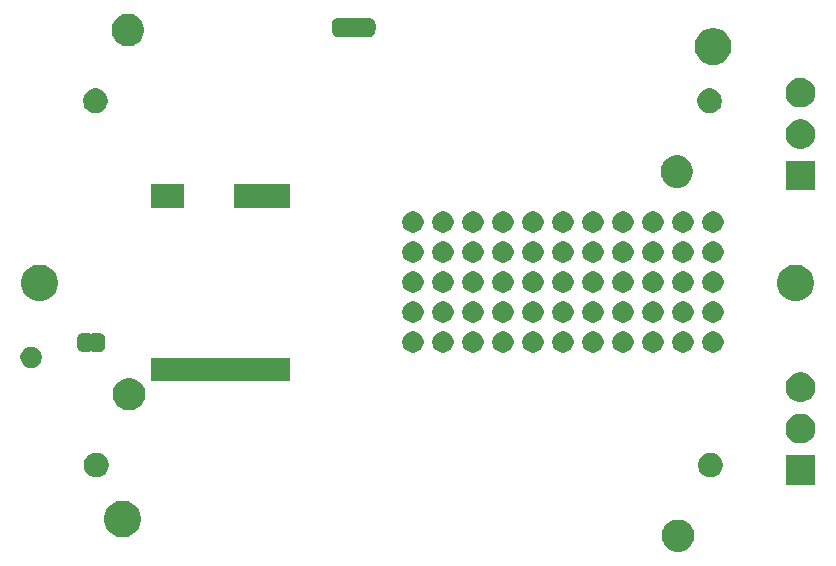
<source format=gbr>
G04 #@! TF.GenerationSoftware,KiCad,Pcbnew,5.1.5-52549c5~86~ubuntu18.04.1*
G04 #@! TF.CreationDate,2020-07-25T12:46:57-05:00*
G04 #@! TF.ProjectId,RAK4200_LORA_ADAPTABLE_NODE,52414b34-3230-4305-9f4c-4f52415f4144,rev?*
G04 #@! TF.SameCoordinates,Original*
G04 #@! TF.FileFunction,Soldermask,Bot*
G04 #@! TF.FilePolarity,Negative*
%FSLAX46Y46*%
G04 Gerber Fmt 4.6, Leading zero omitted, Abs format (unit mm)*
G04 Created by KiCad (PCBNEW 5.1.5-52549c5~86~ubuntu18.04.1) date 2020-07-25 12:46:57*
%MOMM*%
%LPD*%
G04 APERTURE LIST*
%ADD10C,0.100000*%
G04 APERTURE END LIST*
D10*
G36*
X159712724Y-144546497D02*
G01*
X159939906Y-144591686D01*
X160189412Y-144695035D01*
X160413962Y-144845075D01*
X160604925Y-145036038D01*
X160754965Y-145260588D01*
X160858314Y-145510094D01*
X160911000Y-145774968D01*
X160911000Y-146045032D01*
X160858314Y-146309906D01*
X160754965Y-146559412D01*
X160604925Y-146783962D01*
X160413962Y-146974925D01*
X160189412Y-147124965D01*
X159939906Y-147228314D01*
X159712724Y-147273503D01*
X159675033Y-147281000D01*
X159404967Y-147281000D01*
X159367276Y-147273503D01*
X159140094Y-147228314D01*
X158890588Y-147124965D01*
X158666038Y-146974925D01*
X158475075Y-146783962D01*
X158325035Y-146559412D01*
X158221686Y-146309906D01*
X158169000Y-146045032D01*
X158169000Y-145774968D01*
X158221686Y-145510094D01*
X158325035Y-145260588D01*
X158475075Y-145036038D01*
X158666038Y-144845075D01*
X158890588Y-144695035D01*
X159140094Y-144591686D01*
X159367276Y-144546497D01*
X159404967Y-144539000D01*
X159675033Y-144539000D01*
X159712724Y-144546497D01*
G37*
G36*
X112802585Y-142978802D02*
G01*
X112952410Y-143008604D01*
X113234674Y-143125521D01*
X113488705Y-143295259D01*
X113704741Y-143511295D01*
X113874479Y-143765326D01*
X113991396Y-144047590D01*
X114051000Y-144347240D01*
X114051000Y-144652760D01*
X113991396Y-144952410D01*
X113874479Y-145234674D01*
X113704741Y-145488705D01*
X113488705Y-145704741D01*
X113234674Y-145874479D01*
X112952410Y-145991396D01*
X112802585Y-146021198D01*
X112652761Y-146051000D01*
X112347239Y-146051000D01*
X112197415Y-146021198D01*
X112047590Y-145991396D01*
X111765326Y-145874479D01*
X111511295Y-145704741D01*
X111295259Y-145488705D01*
X111125521Y-145234674D01*
X111008604Y-144952410D01*
X110949000Y-144652760D01*
X110949000Y-144347240D01*
X111008604Y-144047590D01*
X111125521Y-143765326D01*
X111295259Y-143511295D01*
X111511295Y-143295259D01*
X111765326Y-143125521D01*
X112047590Y-143008604D01*
X112197415Y-142978802D01*
X112347239Y-142949000D01*
X112652761Y-142949000D01*
X112802585Y-142978802D01*
G37*
G36*
X171161000Y-141586000D02*
G01*
X168659000Y-141586000D01*
X168659000Y-139084000D01*
X171161000Y-139084000D01*
X171161000Y-141586000D01*
G37*
G36*
X162596564Y-138904389D02*
G01*
X162787833Y-138983615D01*
X162787835Y-138983616D01*
X162938070Y-139084000D01*
X162959973Y-139098635D01*
X163106365Y-139245027D01*
X163221385Y-139417167D01*
X163300611Y-139608436D01*
X163341000Y-139811484D01*
X163341000Y-140018516D01*
X163300611Y-140221564D01*
X163221385Y-140412833D01*
X163221384Y-140412835D01*
X163106365Y-140584973D01*
X162959973Y-140731365D01*
X162787835Y-140846384D01*
X162787834Y-140846385D01*
X162787833Y-140846385D01*
X162596564Y-140925611D01*
X162393516Y-140966000D01*
X162186484Y-140966000D01*
X161983436Y-140925611D01*
X161792167Y-140846385D01*
X161792166Y-140846385D01*
X161792165Y-140846384D01*
X161620027Y-140731365D01*
X161473635Y-140584973D01*
X161358616Y-140412835D01*
X161358615Y-140412833D01*
X161279389Y-140221564D01*
X161239000Y-140018516D01*
X161239000Y-139811484D01*
X161279389Y-139608436D01*
X161358615Y-139417167D01*
X161473635Y-139245027D01*
X161620027Y-139098635D01*
X161641930Y-139084000D01*
X161792165Y-138983616D01*
X161792167Y-138983615D01*
X161983436Y-138904389D01*
X162186484Y-138864000D01*
X162393516Y-138864000D01*
X162596564Y-138904389D01*
G37*
G36*
X110606564Y-138904389D02*
G01*
X110797833Y-138983615D01*
X110797835Y-138983616D01*
X110948070Y-139084000D01*
X110969973Y-139098635D01*
X111116365Y-139245027D01*
X111231385Y-139417167D01*
X111310611Y-139608436D01*
X111351000Y-139811484D01*
X111351000Y-140018516D01*
X111310611Y-140221564D01*
X111231385Y-140412833D01*
X111231384Y-140412835D01*
X111116365Y-140584973D01*
X110969973Y-140731365D01*
X110797835Y-140846384D01*
X110797834Y-140846385D01*
X110797833Y-140846385D01*
X110606564Y-140925611D01*
X110403516Y-140966000D01*
X110196484Y-140966000D01*
X109993436Y-140925611D01*
X109802167Y-140846385D01*
X109802166Y-140846385D01*
X109802165Y-140846384D01*
X109630027Y-140731365D01*
X109483635Y-140584973D01*
X109368616Y-140412835D01*
X109368615Y-140412833D01*
X109289389Y-140221564D01*
X109249000Y-140018516D01*
X109249000Y-139811484D01*
X109289389Y-139608436D01*
X109368615Y-139417167D01*
X109483635Y-139245027D01*
X109630027Y-139098635D01*
X109651930Y-139084000D01*
X109802165Y-138983616D01*
X109802167Y-138983615D01*
X109993436Y-138904389D01*
X110196484Y-138864000D01*
X110403516Y-138864000D01*
X110606564Y-138904389D01*
G37*
G36*
X170274903Y-135632075D02*
G01*
X170502571Y-135726378D01*
X170707466Y-135863285D01*
X170881715Y-136037534D01*
X171018622Y-136242429D01*
X171112925Y-136470097D01*
X171161000Y-136711787D01*
X171161000Y-136958213D01*
X171112925Y-137199903D01*
X171018622Y-137427571D01*
X170881715Y-137632466D01*
X170707466Y-137806715D01*
X170502571Y-137943622D01*
X170502570Y-137943623D01*
X170502569Y-137943623D01*
X170274903Y-138037925D01*
X170033214Y-138086000D01*
X169786786Y-138086000D01*
X169545097Y-138037925D01*
X169317431Y-137943623D01*
X169317430Y-137943623D01*
X169317429Y-137943622D01*
X169112534Y-137806715D01*
X168938285Y-137632466D01*
X168801378Y-137427571D01*
X168707075Y-137199903D01*
X168659000Y-136958213D01*
X168659000Y-136711787D01*
X168707075Y-136470097D01*
X168801378Y-136242429D01*
X168938285Y-136037534D01*
X169112534Y-135863285D01*
X169317429Y-135726378D01*
X169545097Y-135632075D01*
X169786786Y-135584000D01*
X170033214Y-135584000D01*
X170274903Y-135632075D01*
G37*
G36*
X113232724Y-132556497D02*
G01*
X113459906Y-132601686D01*
X113709412Y-132705035D01*
X113933962Y-132855075D01*
X114124925Y-133046038D01*
X114274965Y-133270588D01*
X114378314Y-133520094D01*
X114431000Y-133784968D01*
X114431000Y-134055032D01*
X114378314Y-134319906D01*
X114274965Y-134569412D01*
X114124925Y-134793962D01*
X113933962Y-134984925D01*
X113709412Y-135134965D01*
X113459906Y-135238314D01*
X113232724Y-135283503D01*
X113195033Y-135291000D01*
X112924967Y-135291000D01*
X112887276Y-135283503D01*
X112660094Y-135238314D01*
X112410588Y-135134965D01*
X112186038Y-134984925D01*
X111995075Y-134793962D01*
X111845035Y-134569412D01*
X111741686Y-134319906D01*
X111689000Y-134055032D01*
X111689000Y-133784968D01*
X111741686Y-133520094D01*
X111845035Y-133270588D01*
X111995075Y-133046038D01*
X112186038Y-132855075D01*
X112410588Y-132705035D01*
X112660094Y-132601686D01*
X112887276Y-132556497D01*
X112924967Y-132549000D01*
X113195033Y-132549000D01*
X113232724Y-132556497D01*
G37*
G36*
X170274903Y-132132075D02*
G01*
X170502571Y-132226378D01*
X170707466Y-132363285D01*
X170881715Y-132537534D01*
X170993636Y-132705035D01*
X171018623Y-132742431D01*
X171112925Y-132970097D01*
X171161000Y-133211787D01*
X171161000Y-133458213D01*
X171112925Y-133699903D01*
X171018622Y-133927571D01*
X170881715Y-134132466D01*
X170707466Y-134306715D01*
X170502571Y-134443622D01*
X170502570Y-134443623D01*
X170502569Y-134443623D01*
X170274903Y-134537925D01*
X170033214Y-134586000D01*
X169786786Y-134586000D01*
X169545097Y-134537925D01*
X169317431Y-134443623D01*
X169317430Y-134443623D01*
X169317429Y-134443622D01*
X169112534Y-134306715D01*
X168938285Y-134132466D01*
X168801378Y-133927571D01*
X168707075Y-133699903D01*
X168659000Y-133458213D01*
X168659000Y-133211787D01*
X168707075Y-132970097D01*
X168801377Y-132742431D01*
X168826364Y-132705035D01*
X168938285Y-132537534D01*
X169112534Y-132363285D01*
X169317429Y-132226378D01*
X169545097Y-132132075D01*
X169786786Y-132084000D01*
X170033214Y-132084000D01*
X170274903Y-132132075D01*
G37*
G36*
X126711000Y-132851000D02*
G01*
X114909000Y-132851000D01*
X114909000Y-130849000D01*
X126711000Y-130849000D01*
X126711000Y-132851000D01*
G37*
G36*
X104888512Y-129913927D02*
G01*
X105037812Y-129943624D01*
X105201784Y-130011544D01*
X105349354Y-130110147D01*
X105474853Y-130235646D01*
X105573456Y-130383216D01*
X105641376Y-130547188D01*
X105676000Y-130721259D01*
X105676000Y-130898741D01*
X105641376Y-131072812D01*
X105573456Y-131236784D01*
X105474853Y-131384354D01*
X105349354Y-131509853D01*
X105201784Y-131608456D01*
X105037812Y-131676376D01*
X104888512Y-131706073D01*
X104863742Y-131711000D01*
X104686258Y-131711000D01*
X104661488Y-131706073D01*
X104512188Y-131676376D01*
X104348216Y-131608456D01*
X104200646Y-131509853D01*
X104075147Y-131384354D01*
X103976544Y-131236784D01*
X103908624Y-131072812D01*
X103874000Y-130898741D01*
X103874000Y-130721259D01*
X103908624Y-130547188D01*
X103976544Y-130383216D01*
X104075147Y-130235646D01*
X104200646Y-130110147D01*
X104348216Y-130011544D01*
X104512188Y-129943624D01*
X104661488Y-129913927D01*
X104686258Y-129909000D01*
X104863742Y-129909000D01*
X104888512Y-129913927D01*
G37*
G36*
X157528512Y-128608927D02*
G01*
X157677812Y-128638624D01*
X157841784Y-128706544D01*
X157989354Y-128805147D01*
X158114853Y-128930646D01*
X158213456Y-129078216D01*
X158281376Y-129242188D01*
X158316000Y-129416259D01*
X158316000Y-129593741D01*
X158281376Y-129767812D01*
X158213456Y-129931784D01*
X158114853Y-130079354D01*
X157989354Y-130204853D01*
X157841784Y-130303456D01*
X157677812Y-130371376D01*
X157528512Y-130401073D01*
X157503742Y-130406000D01*
X157326258Y-130406000D01*
X157301488Y-130401073D01*
X157152188Y-130371376D01*
X156988216Y-130303456D01*
X156840646Y-130204853D01*
X156715147Y-130079354D01*
X156616544Y-129931784D01*
X156548624Y-129767812D01*
X156514000Y-129593741D01*
X156514000Y-129416259D01*
X156548624Y-129242188D01*
X156616544Y-129078216D01*
X156715147Y-128930646D01*
X156840646Y-128805147D01*
X156988216Y-128706544D01*
X157152188Y-128638624D01*
X157301488Y-128608927D01*
X157326258Y-128604000D01*
X157503742Y-128604000D01*
X157528512Y-128608927D01*
G37*
G36*
X147368512Y-128608927D02*
G01*
X147517812Y-128638624D01*
X147681784Y-128706544D01*
X147829354Y-128805147D01*
X147954853Y-128930646D01*
X148053456Y-129078216D01*
X148121376Y-129242188D01*
X148156000Y-129416259D01*
X148156000Y-129593741D01*
X148121376Y-129767812D01*
X148053456Y-129931784D01*
X147954853Y-130079354D01*
X147829354Y-130204853D01*
X147681784Y-130303456D01*
X147517812Y-130371376D01*
X147368512Y-130401073D01*
X147343742Y-130406000D01*
X147166258Y-130406000D01*
X147141488Y-130401073D01*
X146992188Y-130371376D01*
X146828216Y-130303456D01*
X146680646Y-130204853D01*
X146555147Y-130079354D01*
X146456544Y-129931784D01*
X146388624Y-129767812D01*
X146354000Y-129593741D01*
X146354000Y-129416259D01*
X146388624Y-129242188D01*
X146456544Y-129078216D01*
X146555147Y-128930646D01*
X146680646Y-128805147D01*
X146828216Y-128706544D01*
X146992188Y-128638624D01*
X147141488Y-128608927D01*
X147166258Y-128604000D01*
X147343742Y-128604000D01*
X147368512Y-128608927D01*
G37*
G36*
X144828512Y-128608927D02*
G01*
X144977812Y-128638624D01*
X145141784Y-128706544D01*
X145289354Y-128805147D01*
X145414853Y-128930646D01*
X145513456Y-129078216D01*
X145581376Y-129242188D01*
X145616000Y-129416259D01*
X145616000Y-129593741D01*
X145581376Y-129767812D01*
X145513456Y-129931784D01*
X145414853Y-130079354D01*
X145289354Y-130204853D01*
X145141784Y-130303456D01*
X144977812Y-130371376D01*
X144828512Y-130401073D01*
X144803742Y-130406000D01*
X144626258Y-130406000D01*
X144601488Y-130401073D01*
X144452188Y-130371376D01*
X144288216Y-130303456D01*
X144140646Y-130204853D01*
X144015147Y-130079354D01*
X143916544Y-129931784D01*
X143848624Y-129767812D01*
X143814000Y-129593741D01*
X143814000Y-129416259D01*
X143848624Y-129242188D01*
X143916544Y-129078216D01*
X144015147Y-128930646D01*
X144140646Y-128805147D01*
X144288216Y-128706544D01*
X144452188Y-128638624D01*
X144601488Y-128608927D01*
X144626258Y-128604000D01*
X144803742Y-128604000D01*
X144828512Y-128608927D01*
G37*
G36*
X142288512Y-128608927D02*
G01*
X142437812Y-128638624D01*
X142601784Y-128706544D01*
X142749354Y-128805147D01*
X142874853Y-128930646D01*
X142973456Y-129078216D01*
X143041376Y-129242188D01*
X143076000Y-129416259D01*
X143076000Y-129593741D01*
X143041376Y-129767812D01*
X142973456Y-129931784D01*
X142874853Y-130079354D01*
X142749354Y-130204853D01*
X142601784Y-130303456D01*
X142437812Y-130371376D01*
X142288512Y-130401073D01*
X142263742Y-130406000D01*
X142086258Y-130406000D01*
X142061488Y-130401073D01*
X141912188Y-130371376D01*
X141748216Y-130303456D01*
X141600646Y-130204853D01*
X141475147Y-130079354D01*
X141376544Y-129931784D01*
X141308624Y-129767812D01*
X141274000Y-129593741D01*
X141274000Y-129416259D01*
X141308624Y-129242188D01*
X141376544Y-129078216D01*
X141475147Y-128930646D01*
X141600646Y-128805147D01*
X141748216Y-128706544D01*
X141912188Y-128638624D01*
X142061488Y-128608927D01*
X142086258Y-128604000D01*
X142263742Y-128604000D01*
X142288512Y-128608927D01*
G37*
G36*
X149908512Y-128608927D02*
G01*
X150057812Y-128638624D01*
X150221784Y-128706544D01*
X150369354Y-128805147D01*
X150494853Y-128930646D01*
X150593456Y-129078216D01*
X150661376Y-129242188D01*
X150696000Y-129416259D01*
X150696000Y-129593741D01*
X150661376Y-129767812D01*
X150593456Y-129931784D01*
X150494853Y-130079354D01*
X150369354Y-130204853D01*
X150221784Y-130303456D01*
X150057812Y-130371376D01*
X149908512Y-130401073D01*
X149883742Y-130406000D01*
X149706258Y-130406000D01*
X149681488Y-130401073D01*
X149532188Y-130371376D01*
X149368216Y-130303456D01*
X149220646Y-130204853D01*
X149095147Y-130079354D01*
X148996544Y-129931784D01*
X148928624Y-129767812D01*
X148894000Y-129593741D01*
X148894000Y-129416259D01*
X148928624Y-129242188D01*
X148996544Y-129078216D01*
X149095147Y-128930646D01*
X149220646Y-128805147D01*
X149368216Y-128706544D01*
X149532188Y-128638624D01*
X149681488Y-128608927D01*
X149706258Y-128604000D01*
X149883742Y-128604000D01*
X149908512Y-128608927D01*
G37*
G36*
X137208512Y-128608927D02*
G01*
X137357812Y-128638624D01*
X137521784Y-128706544D01*
X137669354Y-128805147D01*
X137794853Y-128930646D01*
X137893456Y-129078216D01*
X137961376Y-129242188D01*
X137996000Y-129416259D01*
X137996000Y-129593741D01*
X137961376Y-129767812D01*
X137893456Y-129931784D01*
X137794853Y-130079354D01*
X137669354Y-130204853D01*
X137521784Y-130303456D01*
X137357812Y-130371376D01*
X137208512Y-130401073D01*
X137183742Y-130406000D01*
X137006258Y-130406000D01*
X136981488Y-130401073D01*
X136832188Y-130371376D01*
X136668216Y-130303456D01*
X136520646Y-130204853D01*
X136395147Y-130079354D01*
X136296544Y-129931784D01*
X136228624Y-129767812D01*
X136194000Y-129593741D01*
X136194000Y-129416259D01*
X136228624Y-129242188D01*
X136296544Y-129078216D01*
X136395147Y-128930646D01*
X136520646Y-128805147D01*
X136668216Y-128706544D01*
X136832188Y-128638624D01*
X136981488Y-128608927D01*
X137006258Y-128604000D01*
X137183742Y-128604000D01*
X137208512Y-128608927D01*
G37*
G36*
X162608512Y-128608927D02*
G01*
X162757812Y-128638624D01*
X162921784Y-128706544D01*
X163069354Y-128805147D01*
X163194853Y-128930646D01*
X163293456Y-129078216D01*
X163361376Y-129242188D01*
X163396000Y-129416259D01*
X163396000Y-129593741D01*
X163361376Y-129767812D01*
X163293456Y-129931784D01*
X163194853Y-130079354D01*
X163069354Y-130204853D01*
X162921784Y-130303456D01*
X162757812Y-130371376D01*
X162608512Y-130401073D01*
X162583742Y-130406000D01*
X162406258Y-130406000D01*
X162381488Y-130401073D01*
X162232188Y-130371376D01*
X162068216Y-130303456D01*
X161920646Y-130204853D01*
X161795147Y-130079354D01*
X161696544Y-129931784D01*
X161628624Y-129767812D01*
X161594000Y-129593741D01*
X161594000Y-129416259D01*
X161628624Y-129242188D01*
X161696544Y-129078216D01*
X161795147Y-128930646D01*
X161920646Y-128805147D01*
X162068216Y-128706544D01*
X162232188Y-128638624D01*
X162381488Y-128608927D01*
X162406258Y-128604000D01*
X162583742Y-128604000D01*
X162608512Y-128608927D01*
G37*
G36*
X160068512Y-128608927D02*
G01*
X160217812Y-128638624D01*
X160381784Y-128706544D01*
X160529354Y-128805147D01*
X160654853Y-128930646D01*
X160753456Y-129078216D01*
X160821376Y-129242188D01*
X160856000Y-129416259D01*
X160856000Y-129593741D01*
X160821376Y-129767812D01*
X160753456Y-129931784D01*
X160654853Y-130079354D01*
X160529354Y-130204853D01*
X160381784Y-130303456D01*
X160217812Y-130371376D01*
X160068512Y-130401073D01*
X160043742Y-130406000D01*
X159866258Y-130406000D01*
X159841488Y-130401073D01*
X159692188Y-130371376D01*
X159528216Y-130303456D01*
X159380646Y-130204853D01*
X159255147Y-130079354D01*
X159156544Y-129931784D01*
X159088624Y-129767812D01*
X159054000Y-129593741D01*
X159054000Y-129416259D01*
X159088624Y-129242188D01*
X159156544Y-129078216D01*
X159255147Y-128930646D01*
X159380646Y-128805147D01*
X159528216Y-128706544D01*
X159692188Y-128638624D01*
X159841488Y-128608927D01*
X159866258Y-128604000D01*
X160043742Y-128604000D01*
X160068512Y-128608927D01*
G37*
G36*
X154988512Y-128608927D02*
G01*
X155137812Y-128638624D01*
X155301784Y-128706544D01*
X155449354Y-128805147D01*
X155574853Y-128930646D01*
X155673456Y-129078216D01*
X155741376Y-129242188D01*
X155776000Y-129416259D01*
X155776000Y-129593741D01*
X155741376Y-129767812D01*
X155673456Y-129931784D01*
X155574853Y-130079354D01*
X155449354Y-130204853D01*
X155301784Y-130303456D01*
X155137812Y-130371376D01*
X154988512Y-130401073D01*
X154963742Y-130406000D01*
X154786258Y-130406000D01*
X154761488Y-130401073D01*
X154612188Y-130371376D01*
X154448216Y-130303456D01*
X154300646Y-130204853D01*
X154175147Y-130079354D01*
X154076544Y-129931784D01*
X154008624Y-129767812D01*
X153974000Y-129593741D01*
X153974000Y-129416259D01*
X154008624Y-129242188D01*
X154076544Y-129078216D01*
X154175147Y-128930646D01*
X154300646Y-128805147D01*
X154448216Y-128706544D01*
X154612188Y-128638624D01*
X154761488Y-128608927D01*
X154786258Y-128604000D01*
X154963742Y-128604000D01*
X154988512Y-128608927D01*
G37*
G36*
X152448512Y-128608927D02*
G01*
X152597812Y-128638624D01*
X152761784Y-128706544D01*
X152909354Y-128805147D01*
X153034853Y-128930646D01*
X153133456Y-129078216D01*
X153201376Y-129242188D01*
X153236000Y-129416259D01*
X153236000Y-129593741D01*
X153201376Y-129767812D01*
X153133456Y-129931784D01*
X153034853Y-130079354D01*
X152909354Y-130204853D01*
X152761784Y-130303456D01*
X152597812Y-130371376D01*
X152448512Y-130401073D01*
X152423742Y-130406000D01*
X152246258Y-130406000D01*
X152221488Y-130401073D01*
X152072188Y-130371376D01*
X151908216Y-130303456D01*
X151760646Y-130204853D01*
X151635147Y-130079354D01*
X151536544Y-129931784D01*
X151468624Y-129767812D01*
X151434000Y-129593741D01*
X151434000Y-129416259D01*
X151468624Y-129242188D01*
X151536544Y-129078216D01*
X151635147Y-128930646D01*
X151760646Y-128805147D01*
X151908216Y-128706544D01*
X152072188Y-128638624D01*
X152221488Y-128608927D01*
X152246258Y-128604000D01*
X152423742Y-128604000D01*
X152448512Y-128608927D01*
G37*
G36*
X139748512Y-128608927D02*
G01*
X139897812Y-128638624D01*
X140061784Y-128706544D01*
X140209354Y-128805147D01*
X140334853Y-128930646D01*
X140433456Y-129078216D01*
X140501376Y-129242188D01*
X140536000Y-129416259D01*
X140536000Y-129593741D01*
X140501376Y-129767812D01*
X140433456Y-129931784D01*
X140334853Y-130079354D01*
X140209354Y-130204853D01*
X140061784Y-130303456D01*
X139897812Y-130371376D01*
X139748512Y-130401073D01*
X139723742Y-130406000D01*
X139546258Y-130406000D01*
X139521488Y-130401073D01*
X139372188Y-130371376D01*
X139208216Y-130303456D01*
X139060646Y-130204853D01*
X138935147Y-130079354D01*
X138836544Y-129931784D01*
X138768624Y-129767812D01*
X138734000Y-129593741D01*
X138734000Y-129416259D01*
X138768624Y-129242188D01*
X138836544Y-129078216D01*
X138935147Y-128930646D01*
X139060646Y-128805147D01*
X139208216Y-128706544D01*
X139372188Y-128638624D01*
X139521488Y-128608927D01*
X139546258Y-128604000D01*
X139723742Y-128604000D01*
X139748512Y-128608927D01*
G37*
G36*
X109714999Y-128739737D02*
G01*
X109724608Y-128742652D01*
X109733472Y-128747390D01*
X109741237Y-128753763D01*
X109751448Y-128766206D01*
X109758378Y-128776575D01*
X109775705Y-128793902D01*
X109796080Y-128807515D01*
X109818720Y-128816891D01*
X109842753Y-128821671D01*
X109867257Y-128821670D01*
X109891290Y-128816888D01*
X109913929Y-128807510D01*
X109934302Y-128793895D01*
X109951629Y-128776568D01*
X109958558Y-128766198D01*
X109968763Y-128753763D01*
X109976528Y-128747390D01*
X109985392Y-128742652D01*
X109995001Y-128739737D01*
X110011140Y-128738148D01*
X110498861Y-128738148D01*
X110517199Y-128739954D01*
X110529450Y-128740556D01*
X110547869Y-128740556D01*
X110570149Y-128742750D01*
X110654233Y-128759476D01*
X110675660Y-128765976D01*
X110754858Y-128798780D01*
X110760303Y-128801691D01*
X110760309Y-128801693D01*
X110769169Y-128806429D01*
X110769173Y-128806432D01*
X110774614Y-128809340D01*
X110845899Y-128856971D01*
X110863204Y-128871172D01*
X110923828Y-128931796D01*
X110938029Y-128949101D01*
X110985660Y-129020386D01*
X110988568Y-129025827D01*
X110988571Y-129025831D01*
X110993307Y-129034691D01*
X110993309Y-129034697D01*
X110996220Y-129040142D01*
X111029024Y-129119340D01*
X111035524Y-129140767D01*
X111052250Y-129224851D01*
X111054444Y-129247131D01*
X111054444Y-129265550D01*
X111055046Y-129277801D01*
X111056852Y-129296139D01*
X111056852Y-129783862D01*
X111055046Y-129802199D01*
X111054444Y-129814450D01*
X111054444Y-129832869D01*
X111052250Y-129855149D01*
X111035524Y-129939233D01*
X111029024Y-129960660D01*
X110996220Y-130039858D01*
X110993309Y-130045303D01*
X110993307Y-130045309D01*
X110988571Y-130054169D01*
X110988568Y-130054173D01*
X110985660Y-130059614D01*
X110938029Y-130130899D01*
X110923828Y-130148204D01*
X110863204Y-130208828D01*
X110845899Y-130223029D01*
X110774614Y-130270660D01*
X110769173Y-130273568D01*
X110769169Y-130273571D01*
X110760309Y-130278307D01*
X110760303Y-130278309D01*
X110754858Y-130281220D01*
X110675660Y-130314024D01*
X110654233Y-130320524D01*
X110570149Y-130337250D01*
X110547869Y-130339444D01*
X110529450Y-130339444D01*
X110517199Y-130340046D01*
X110498862Y-130341852D01*
X110011140Y-130341852D01*
X109995001Y-130340263D01*
X109985392Y-130337348D01*
X109976528Y-130332610D01*
X109968763Y-130326237D01*
X109958552Y-130313794D01*
X109951622Y-130303425D01*
X109934295Y-130286098D01*
X109913920Y-130272485D01*
X109891280Y-130263109D01*
X109867247Y-130258329D01*
X109842743Y-130258330D01*
X109818710Y-130263112D01*
X109796071Y-130272490D01*
X109775698Y-130286105D01*
X109758371Y-130303432D01*
X109751442Y-130313802D01*
X109741237Y-130326237D01*
X109733472Y-130332610D01*
X109724608Y-130337348D01*
X109714999Y-130340263D01*
X109698860Y-130341852D01*
X109211138Y-130341852D01*
X109192801Y-130340046D01*
X109180550Y-130339444D01*
X109162131Y-130339444D01*
X109139851Y-130337250D01*
X109055767Y-130320524D01*
X109034340Y-130314024D01*
X108955142Y-130281220D01*
X108949697Y-130278309D01*
X108949691Y-130278307D01*
X108940831Y-130273571D01*
X108940827Y-130273568D01*
X108935386Y-130270660D01*
X108864101Y-130223029D01*
X108846796Y-130208828D01*
X108786172Y-130148204D01*
X108771971Y-130130899D01*
X108724340Y-130059614D01*
X108721432Y-130054173D01*
X108721429Y-130054169D01*
X108716693Y-130045309D01*
X108716691Y-130045303D01*
X108713780Y-130039858D01*
X108680976Y-129960660D01*
X108674476Y-129939233D01*
X108657750Y-129855149D01*
X108655556Y-129832869D01*
X108655556Y-129814450D01*
X108654954Y-129802199D01*
X108653148Y-129783862D01*
X108653148Y-129296139D01*
X108654954Y-129277801D01*
X108655556Y-129265550D01*
X108655556Y-129247131D01*
X108657750Y-129224851D01*
X108674476Y-129140767D01*
X108680976Y-129119340D01*
X108713780Y-129040142D01*
X108716691Y-129034697D01*
X108716693Y-129034691D01*
X108721429Y-129025831D01*
X108721432Y-129025827D01*
X108724340Y-129020386D01*
X108771971Y-128949101D01*
X108786172Y-128931796D01*
X108846796Y-128871172D01*
X108864101Y-128856971D01*
X108935386Y-128809340D01*
X108940827Y-128806432D01*
X108940831Y-128806429D01*
X108949691Y-128801693D01*
X108949697Y-128801691D01*
X108955142Y-128798780D01*
X109034340Y-128765976D01*
X109055767Y-128759476D01*
X109139851Y-128742750D01*
X109162131Y-128740556D01*
X109180550Y-128740556D01*
X109192801Y-128739954D01*
X109211139Y-128738148D01*
X109698860Y-128738148D01*
X109714999Y-128739737D01*
G37*
G36*
X137208512Y-126068927D02*
G01*
X137357812Y-126098624D01*
X137521784Y-126166544D01*
X137669354Y-126265147D01*
X137794853Y-126390646D01*
X137893456Y-126538216D01*
X137961376Y-126702188D01*
X137996000Y-126876259D01*
X137996000Y-127053741D01*
X137961376Y-127227812D01*
X137893456Y-127391784D01*
X137794853Y-127539354D01*
X137669354Y-127664853D01*
X137521784Y-127763456D01*
X137357812Y-127831376D01*
X137208512Y-127861073D01*
X137183742Y-127866000D01*
X137006258Y-127866000D01*
X136981488Y-127861073D01*
X136832188Y-127831376D01*
X136668216Y-127763456D01*
X136520646Y-127664853D01*
X136395147Y-127539354D01*
X136296544Y-127391784D01*
X136228624Y-127227812D01*
X136194000Y-127053741D01*
X136194000Y-126876259D01*
X136228624Y-126702188D01*
X136296544Y-126538216D01*
X136395147Y-126390646D01*
X136520646Y-126265147D01*
X136668216Y-126166544D01*
X136832188Y-126098624D01*
X136981488Y-126068927D01*
X137006258Y-126064000D01*
X137183742Y-126064000D01*
X137208512Y-126068927D01*
G37*
G36*
X162608512Y-126068927D02*
G01*
X162757812Y-126098624D01*
X162921784Y-126166544D01*
X163069354Y-126265147D01*
X163194853Y-126390646D01*
X163293456Y-126538216D01*
X163361376Y-126702188D01*
X163396000Y-126876259D01*
X163396000Y-127053741D01*
X163361376Y-127227812D01*
X163293456Y-127391784D01*
X163194853Y-127539354D01*
X163069354Y-127664853D01*
X162921784Y-127763456D01*
X162757812Y-127831376D01*
X162608512Y-127861073D01*
X162583742Y-127866000D01*
X162406258Y-127866000D01*
X162381488Y-127861073D01*
X162232188Y-127831376D01*
X162068216Y-127763456D01*
X161920646Y-127664853D01*
X161795147Y-127539354D01*
X161696544Y-127391784D01*
X161628624Y-127227812D01*
X161594000Y-127053741D01*
X161594000Y-126876259D01*
X161628624Y-126702188D01*
X161696544Y-126538216D01*
X161795147Y-126390646D01*
X161920646Y-126265147D01*
X162068216Y-126166544D01*
X162232188Y-126098624D01*
X162381488Y-126068927D01*
X162406258Y-126064000D01*
X162583742Y-126064000D01*
X162608512Y-126068927D01*
G37*
G36*
X139748512Y-126068927D02*
G01*
X139897812Y-126098624D01*
X140061784Y-126166544D01*
X140209354Y-126265147D01*
X140334853Y-126390646D01*
X140433456Y-126538216D01*
X140501376Y-126702188D01*
X140536000Y-126876259D01*
X140536000Y-127053741D01*
X140501376Y-127227812D01*
X140433456Y-127391784D01*
X140334853Y-127539354D01*
X140209354Y-127664853D01*
X140061784Y-127763456D01*
X139897812Y-127831376D01*
X139748512Y-127861073D01*
X139723742Y-127866000D01*
X139546258Y-127866000D01*
X139521488Y-127861073D01*
X139372188Y-127831376D01*
X139208216Y-127763456D01*
X139060646Y-127664853D01*
X138935147Y-127539354D01*
X138836544Y-127391784D01*
X138768624Y-127227812D01*
X138734000Y-127053741D01*
X138734000Y-126876259D01*
X138768624Y-126702188D01*
X138836544Y-126538216D01*
X138935147Y-126390646D01*
X139060646Y-126265147D01*
X139208216Y-126166544D01*
X139372188Y-126098624D01*
X139521488Y-126068927D01*
X139546258Y-126064000D01*
X139723742Y-126064000D01*
X139748512Y-126068927D01*
G37*
G36*
X142288512Y-126068927D02*
G01*
X142437812Y-126098624D01*
X142601784Y-126166544D01*
X142749354Y-126265147D01*
X142874853Y-126390646D01*
X142973456Y-126538216D01*
X143041376Y-126702188D01*
X143076000Y-126876259D01*
X143076000Y-127053741D01*
X143041376Y-127227812D01*
X142973456Y-127391784D01*
X142874853Y-127539354D01*
X142749354Y-127664853D01*
X142601784Y-127763456D01*
X142437812Y-127831376D01*
X142288512Y-127861073D01*
X142263742Y-127866000D01*
X142086258Y-127866000D01*
X142061488Y-127861073D01*
X141912188Y-127831376D01*
X141748216Y-127763456D01*
X141600646Y-127664853D01*
X141475147Y-127539354D01*
X141376544Y-127391784D01*
X141308624Y-127227812D01*
X141274000Y-127053741D01*
X141274000Y-126876259D01*
X141308624Y-126702188D01*
X141376544Y-126538216D01*
X141475147Y-126390646D01*
X141600646Y-126265147D01*
X141748216Y-126166544D01*
X141912188Y-126098624D01*
X142061488Y-126068927D01*
X142086258Y-126064000D01*
X142263742Y-126064000D01*
X142288512Y-126068927D01*
G37*
G36*
X144828512Y-126068927D02*
G01*
X144977812Y-126098624D01*
X145141784Y-126166544D01*
X145289354Y-126265147D01*
X145414853Y-126390646D01*
X145513456Y-126538216D01*
X145581376Y-126702188D01*
X145616000Y-126876259D01*
X145616000Y-127053741D01*
X145581376Y-127227812D01*
X145513456Y-127391784D01*
X145414853Y-127539354D01*
X145289354Y-127664853D01*
X145141784Y-127763456D01*
X144977812Y-127831376D01*
X144828512Y-127861073D01*
X144803742Y-127866000D01*
X144626258Y-127866000D01*
X144601488Y-127861073D01*
X144452188Y-127831376D01*
X144288216Y-127763456D01*
X144140646Y-127664853D01*
X144015147Y-127539354D01*
X143916544Y-127391784D01*
X143848624Y-127227812D01*
X143814000Y-127053741D01*
X143814000Y-126876259D01*
X143848624Y-126702188D01*
X143916544Y-126538216D01*
X144015147Y-126390646D01*
X144140646Y-126265147D01*
X144288216Y-126166544D01*
X144452188Y-126098624D01*
X144601488Y-126068927D01*
X144626258Y-126064000D01*
X144803742Y-126064000D01*
X144828512Y-126068927D01*
G37*
G36*
X147368512Y-126068927D02*
G01*
X147517812Y-126098624D01*
X147681784Y-126166544D01*
X147829354Y-126265147D01*
X147954853Y-126390646D01*
X148053456Y-126538216D01*
X148121376Y-126702188D01*
X148156000Y-126876259D01*
X148156000Y-127053741D01*
X148121376Y-127227812D01*
X148053456Y-127391784D01*
X147954853Y-127539354D01*
X147829354Y-127664853D01*
X147681784Y-127763456D01*
X147517812Y-127831376D01*
X147368512Y-127861073D01*
X147343742Y-127866000D01*
X147166258Y-127866000D01*
X147141488Y-127861073D01*
X146992188Y-127831376D01*
X146828216Y-127763456D01*
X146680646Y-127664853D01*
X146555147Y-127539354D01*
X146456544Y-127391784D01*
X146388624Y-127227812D01*
X146354000Y-127053741D01*
X146354000Y-126876259D01*
X146388624Y-126702188D01*
X146456544Y-126538216D01*
X146555147Y-126390646D01*
X146680646Y-126265147D01*
X146828216Y-126166544D01*
X146992188Y-126098624D01*
X147141488Y-126068927D01*
X147166258Y-126064000D01*
X147343742Y-126064000D01*
X147368512Y-126068927D01*
G37*
G36*
X149908512Y-126068927D02*
G01*
X150057812Y-126098624D01*
X150221784Y-126166544D01*
X150369354Y-126265147D01*
X150494853Y-126390646D01*
X150593456Y-126538216D01*
X150661376Y-126702188D01*
X150696000Y-126876259D01*
X150696000Y-127053741D01*
X150661376Y-127227812D01*
X150593456Y-127391784D01*
X150494853Y-127539354D01*
X150369354Y-127664853D01*
X150221784Y-127763456D01*
X150057812Y-127831376D01*
X149908512Y-127861073D01*
X149883742Y-127866000D01*
X149706258Y-127866000D01*
X149681488Y-127861073D01*
X149532188Y-127831376D01*
X149368216Y-127763456D01*
X149220646Y-127664853D01*
X149095147Y-127539354D01*
X148996544Y-127391784D01*
X148928624Y-127227812D01*
X148894000Y-127053741D01*
X148894000Y-126876259D01*
X148928624Y-126702188D01*
X148996544Y-126538216D01*
X149095147Y-126390646D01*
X149220646Y-126265147D01*
X149368216Y-126166544D01*
X149532188Y-126098624D01*
X149681488Y-126068927D01*
X149706258Y-126064000D01*
X149883742Y-126064000D01*
X149908512Y-126068927D01*
G37*
G36*
X154988512Y-126068927D02*
G01*
X155137812Y-126098624D01*
X155301784Y-126166544D01*
X155449354Y-126265147D01*
X155574853Y-126390646D01*
X155673456Y-126538216D01*
X155741376Y-126702188D01*
X155776000Y-126876259D01*
X155776000Y-127053741D01*
X155741376Y-127227812D01*
X155673456Y-127391784D01*
X155574853Y-127539354D01*
X155449354Y-127664853D01*
X155301784Y-127763456D01*
X155137812Y-127831376D01*
X154988512Y-127861073D01*
X154963742Y-127866000D01*
X154786258Y-127866000D01*
X154761488Y-127861073D01*
X154612188Y-127831376D01*
X154448216Y-127763456D01*
X154300646Y-127664853D01*
X154175147Y-127539354D01*
X154076544Y-127391784D01*
X154008624Y-127227812D01*
X153974000Y-127053741D01*
X153974000Y-126876259D01*
X154008624Y-126702188D01*
X154076544Y-126538216D01*
X154175147Y-126390646D01*
X154300646Y-126265147D01*
X154448216Y-126166544D01*
X154612188Y-126098624D01*
X154761488Y-126068927D01*
X154786258Y-126064000D01*
X154963742Y-126064000D01*
X154988512Y-126068927D01*
G37*
G36*
X157528512Y-126068927D02*
G01*
X157677812Y-126098624D01*
X157841784Y-126166544D01*
X157989354Y-126265147D01*
X158114853Y-126390646D01*
X158213456Y-126538216D01*
X158281376Y-126702188D01*
X158316000Y-126876259D01*
X158316000Y-127053741D01*
X158281376Y-127227812D01*
X158213456Y-127391784D01*
X158114853Y-127539354D01*
X157989354Y-127664853D01*
X157841784Y-127763456D01*
X157677812Y-127831376D01*
X157528512Y-127861073D01*
X157503742Y-127866000D01*
X157326258Y-127866000D01*
X157301488Y-127861073D01*
X157152188Y-127831376D01*
X156988216Y-127763456D01*
X156840646Y-127664853D01*
X156715147Y-127539354D01*
X156616544Y-127391784D01*
X156548624Y-127227812D01*
X156514000Y-127053741D01*
X156514000Y-126876259D01*
X156548624Y-126702188D01*
X156616544Y-126538216D01*
X156715147Y-126390646D01*
X156840646Y-126265147D01*
X156988216Y-126166544D01*
X157152188Y-126098624D01*
X157301488Y-126068927D01*
X157326258Y-126064000D01*
X157503742Y-126064000D01*
X157528512Y-126068927D01*
G37*
G36*
X160068512Y-126068927D02*
G01*
X160217812Y-126098624D01*
X160381784Y-126166544D01*
X160529354Y-126265147D01*
X160654853Y-126390646D01*
X160753456Y-126538216D01*
X160821376Y-126702188D01*
X160856000Y-126876259D01*
X160856000Y-127053741D01*
X160821376Y-127227812D01*
X160753456Y-127391784D01*
X160654853Y-127539354D01*
X160529354Y-127664853D01*
X160381784Y-127763456D01*
X160217812Y-127831376D01*
X160068512Y-127861073D01*
X160043742Y-127866000D01*
X159866258Y-127866000D01*
X159841488Y-127861073D01*
X159692188Y-127831376D01*
X159528216Y-127763456D01*
X159380646Y-127664853D01*
X159255147Y-127539354D01*
X159156544Y-127391784D01*
X159088624Y-127227812D01*
X159054000Y-127053741D01*
X159054000Y-126876259D01*
X159088624Y-126702188D01*
X159156544Y-126538216D01*
X159255147Y-126390646D01*
X159380646Y-126265147D01*
X159528216Y-126166544D01*
X159692188Y-126098624D01*
X159841488Y-126068927D01*
X159866258Y-126064000D01*
X160043742Y-126064000D01*
X160068512Y-126068927D01*
G37*
G36*
X152448512Y-126068927D02*
G01*
X152597812Y-126098624D01*
X152761784Y-126166544D01*
X152909354Y-126265147D01*
X153034853Y-126390646D01*
X153133456Y-126538216D01*
X153201376Y-126702188D01*
X153236000Y-126876259D01*
X153236000Y-127053741D01*
X153201376Y-127227812D01*
X153133456Y-127391784D01*
X153034853Y-127539354D01*
X152909354Y-127664853D01*
X152761784Y-127763456D01*
X152597812Y-127831376D01*
X152448512Y-127861073D01*
X152423742Y-127866000D01*
X152246258Y-127866000D01*
X152221488Y-127861073D01*
X152072188Y-127831376D01*
X151908216Y-127763456D01*
X151760646Y-127664853D01*
X151635147Y-127539354D01*
X151536544Y-127391784D01*
X151468624Y-127227812D01*
X151434000Y-127053741D01*
X151434000Y-126876259D01*
X151468624Y-126702188D01*
X151536544Y-126538216D01*
X151635147Y-126390646D01*
X151760646Y-126265147D01*
X151908216Y-126166544D01*
X152072188Y-126098624D01*
X152221488Y-126068927D01*
X152246258Y-126064000D01*
X152423742Y-126064000D01*
X152448512Y-126068927D01*
G37*
G36*
X169802585Y-122978802D02*
G01*
X169952410Y-123008604D01*
X170234674Y-123125521D01*
X170488705Y-123295259D01*
X170704741Y-123511295D01*
X170874479Y-123765326D01*
X170991396Y-124047590D01*
X171051000Y-124347240D01*
X171051000Y-124652760D01*
X170991396Y-124952410D01*
X170874479Y-125234674D01*
X170704741Y-125488705D01*
X170488705Y-125704741D01*
X170234674Y-125874479D01*
X169952410Y-125991396D01*
X169802585Y-126021198D01*
X169652761Y-126051000D01*
X169347239Y-126051000D01*
X169197415Y-126021198D01*
X169047590Y-125991396D01*
X168765326Y-125874479D01*
X168511295Y-125704741D01*
X168295259Y-125488705D01*
X168125521Y-125234674D01*
X168008604Y-124952410D01*
X167949000Y-124652760D01*
X167949000Y-124347240D01*
X168008604Y-124047590D01*
X168125521Y-123765326D01*
X168295259Y-123511295D01*
X168511295Y-123295259D01*
X168765326Y-123125521D01*
X169047590Y-123008604D01*
X169197415Y-122978802D01*
X169347239Y-122949000D01*
X169652761Y-122949000D01*
X169802585Y-122978802D01*
G37*
G36*
X105802585Y-122978802D02*
G01*
X105952410Y-123008604D01*
X106234674Y-123125521D01*
X106488705Y-123295259D01*
X106704741Y-123511295D01*
X106874479Y-123765326D01*
X106991396Y-124047590D01*
X107051000Y-124347240D01*
X107051000Y-124652760D01*
X106991396Y-124952410D01*
X106874479Y-125234674D01*
X106704741Y-125488705D01*
X106488705Y-125704741D01*
X106234674Y-125874479D01*
X105952410Y-125991396D01*
X105802585Y-126021198D01*
X105652761Y-126051000D01*
X105347239Y-126051000D01*
X105197415Y-126021198D01*
X105047590Y-125991396D01*
X104765326Y-125874479D01*
X104511295Y-125704741D01*
X104295259Y-125488705D01*
X104125521Y-125234674D01*
X104008604Y-124952410D01*
X103949000Y-124652760D01*
X103949000Y-124347240D01*
X104008604Y-124047590D01*
X104125521Y-123765326D01*
X104295259Y-123511295D01*
X104511295Y-123295259D01*
X104765326Y-123125521D01*
X105047590Y-123008604D01*
X105197415Y-122978802D01*
X105347239Y-122949000D01*
X105652761Y-122949000D01*
X105802585Y-122978802D01*
G37*
G36*
X152448512Y-123528927D02*
G01*
X152597812Y-123558624D01*
X152761784Y-123626544D01*
X152909354Y-123725147D01*
X153034853Y-123850646D01*
X153133456Y-123998216D01*
X153201376Y-124162188D01*
X153236000Y-124336259D01*
X153236000Y-124513741D01*
X153201376Y-124687812D01*
X153133456Y-124851784D01*
X153034853Y-124999354D01*
X152909354Y-125124853D01*
X152761784Y-125223456D01*
X152597812Y-125291376D01*
X152448512Y-125321073D01*
X152423742Y-125326000D01*
X152246258Y-125326000D01*
X152221488Y-125321073D01*
X152072188Y-125291376D01*
X151908216Y-125223456D01*
X151760646Y-125124853D01*
X151635147Y-124999354D01*
X151536544Y-124851784D01*
X151468624Y-124687812D01*
X151434000Y-124513741D01*
X151434000Y-124336259D01*
X151468624Y-124162188D01*
X151536544Y-123998216D01*
X151635147Y-123850646D01*
X151760646Y-123725147D01*
X151908216Y-123626544D01*
X152072188Y-123558624D01*
X152221488Y-123528927D01*
X152246258Y-123524000D01*
X152423742Y-123524000D01*
X152448512Y-123528927D01*
G37*
G36*
X154988512Y-123528927D02*
G01*
X155137812Y-123558624D01*
X155301784Y-123626544D01*
X155449354Y-123725147D01*
X155574853Y-123850646D01*
X155673456Y-123998216D01*
X155741376Y-124162188D01*
X155776000Y-124336259D01*
X155776000Y-124513741D01*
X155741376Y-124687812D01*
X155673456Y-124851784D01*
X155574853Y-124999354D01*
X155449354Y-125124853D01*
X155301784Y-125223456D01*
X155137812Y-125291376D01*
X154988512Y-125321073D01*
X154963742Y-125326000D01*
X154786258Y-125326000D01*
X154761488Y-125321073D01*
X154612188Y-125291376D01*
X154448216Y-125223456D01*
X154300646Y-125124853D01*
X154175147Y-124999354D01*
X154076544Y-124851784D01*
X154008624Y-124687812D01*
X153974000Y-124513741D01*
X153974000Y-124336259D01*
X154008624Y-124162188D01*
X154076544Y-123998216D01*
X154175147Y-123850646D01*
X154300646Y-123725147D01*
X154448216Y-123626544D01*
X154612188Y-123558624D01*
X154761488Y-123528927D01*
X154786258Y-123524000D01*
X154963742Y-123524000D01*
X154988512Y-123528927D01*
G37*
G36*
X157528512Y-123528927D02*
G01*
X157677812Y-123558624D01*
X157841784Y-123626544D01*
X157989354Y-123725147D01*
X158114853Y-123850646D01*
X158213456Y-123998216D01*
X158281376Y-124162188D01*
X158316000Y-124336259D01*
X158316000Y-124513741D01*
X158281376Y-124687812D01*
X158213456Y-124851784D01*
X158114853Y-124999354D01*
X157989354Y-125124853D01*
X157841784Y-125223456D01*
X157677812Y-125291376D01*
X157528512Y-125321073D01*
X157503742Y-125326000D01*
X157326258Y-125326000D01*
X157301488Y-125321073D01*
X157152188Y-125291376D01*
X156988216Y-125223456D01*
X156840646Y-125124853D01*
X156715147Y-124999354D01*
X156616544Y-124851784D01*
X156548624Y-124687812D01*
X156514000Y-124513741D01*
X156514000Y-124336259D01*
X156548624Y-124162188D01*
X156616544Y-123998216D01*
X156715147Y-123850646D01*
X156840646Y-123725147D01*
X156988216Y-123626544D01*
X157152188Y-123558624D01*
X157301488Y-123528927D01*
X157326258Y-123524000D01*
X157503742Y-123524000D01*
X157528512Y-123528927D01*
G37*
G36*
X162608512Y-123528927D02*
G01*
X162757812Y-123558624D01*
X162921784Y-123626544D01*
X163069354Y-123725147D01*
X163194853Y-123850646D01*
X163293456Y-123998216D01*
X163361376Y-124162188D01*
X163396000Y-124336259D01*
X163396000Y-124513741D01*
X163361376Y-124687812D01*
X163293456Y-124851784D01*
X163194853Y-124999354D01*
X163069354Y-125124853D01*
X162921784Y-125223456D01*
X162757812Y-125291376D01*
X162608512Y-125321073D01*
X162583742Y-125326000D01*
X162406258Y-125326000D01*
X162381488Y-125321073D01*
X162232188Y-125291376D01*
X162068216Y-125223456D01*
X161920646Y-125124853D01*
X161795147Y-124999354D01*
X161696544Y-124851784D01*
X161628624Y-124687812D01*
X161594000Y-124513741D01*
X161594000Y-124336259D01*
X161628624Y-124162188D01*
X161696544Y-123998216D01*
X161795147Y-123850646D01*
X161920646Y-123725147D01*
X162068216Y-123626544D01*
X162232188Y-123558624D01*
X162381488Y-123528927D01*
X162406258Y-123524000D01*
X162583742Y-123524000D01*
X162608512Y-123528927D01*
G37*
G36*
X137208512Y-123528927D02*
G01*
X137357812Y-123558624D01*
X137521784Y-123626544D01*
X137669354Y-123725147D01*
X137794853Y-123850646D01*
X137893456Y-123998216D01*
X137961376Y-124162188D01*
X137996000Y-124336259D01*
X137996000Y-124513741D01*
X137961376Y-124687812D01*
X137893456Y-124851784D01*
X137794853Y-124999354D01*
X137669354Y-125124853D01*
X137521784Y-125223456D01*
X137357812Y-125291376D01*
X137208512Y-125321073D01*
X137183742Y-125326000D01*
X137006258Y-125326000D01*
X136981488Y-125321073D01*
X136832188Y-125291376D01*
X136668216Y-125223456D01*
X136520646Y-125124853D01*
X136395147Y-124999354D01*
X136296544Y-124851784D01*
X136228624Y-124687812D01*
X136194000Y-124513741D01*
X136194000Y-124336259D01*
X136228624Y-124162188D01*
X136296544Y-123998216D01*
X136395147Y-123850646D01*
X136520646Y-123725147D01*
X136668216Y-123626544D01*
X136832188Y-123558624D01*
X136981488Y-123528927D01*
X137006258Y-123524000D01*
X137183742Y-123524000D01*
X137208512Y-123528927D01*
G37*
G36*
X139748512Y-123528927D02*
G01*
X139897812Y-123558624D01*
X140061784Y-123626544D01*
X140209354Y-123725147D01*
X140334853Y-123850646D01*
X140433456Y-123998216D01*
X140501376Y-124162188D01*
X140536000Y-124336259D01*
X140536000Y-124513741D01*
X140501376Y-124687812D01*
X140433456Y-124851784D01*
X140334853Y-124999354D01*
X140209354Y-125124853D01*
X140061784Y-125223456D01*
X139897812Y-125291376D01*
X139748512Y-125321073D01*
X139723742Y-125326000D01*
X139546258Y-125326000D01*
X139521488Y-125321073D01*
X139372188Y-125291376D01*
X139208216Y-125223456D01*
X139060646Y-125124853D01*
X138935147Y-124999354D01*
X138836544Y-124851784D01*
X138768624Y-124687812D01*
X138734000Y-124513741D01*
X138734000Y-124336259D01*
X138768624Y-124162188D01*
X138836544Y-123998216D01*
X138935147Y-123850646D01*
X139060646Y-123725147D01*
X139208216Y-123626544D01*
X139372188Y-123558624D01*
X139521488Y-123528927D01*
X139546258Y-123524000D01*
X139723742Y-123524000D01*
X139748512Y-123528927D01*
G37*
G36*
X144828512Y-123528927D02*
G01*
X144977812Y-123558624D01*
X145141784Y-123626544D01*
X145289354Y-123725147D01*
X145414853Y-123850646D01*
X145513456Y-123998216D01*
X145581376Y-124162188D01*
X145616000Y-124336259D01*
X145616000Y-124513741D01*
X145581376Y-124687812D01*
X145513456Y-124851784D01*
X145414853Y-124999354D01*
X145289354Y-125124853D01*
X145141784Y-125223456D01*
X144977812Y-125291376D01*
X144828512Y-125321073D01*
X144803742Y-125326000D01*
X144626258Y-125326000D01*
X144601488Y-125321073D01*
X144452188Y-125291376D01*
X144288216Y-125223456D01*
X144140646Y-125124853D01*
X144015147Y-124999354D01*
X143916544Y-124851784D01*
X143848624Y-124687812D01*
X143814000Y-124513741D01*
X143814000Y-124336259D01*
X143848624Y-124162188D01*
X143916544Y-123998216D01*
X144015147Y-123850646D01*
X144140646Y-123725147D01*
X144288216Y-123626544D01*
X144452188Y-123558624D01*
X144601488Y-123528927D01*
X144626258Y-123524000D01*
X144803742Y-123524000D01*
X144828512Y-123528927D01*
G37*
G36*
X142288512Y-123528927D02*
G01*
X142437812Y-123558624D01*
X142601784Y-123626544D01*
X142749354Y-123725147D01*
X142874853Y-123850646D01*
X142973456Y-123998216D01*
X143041376Y-124162188D01*
X143076000Y-124336259D01*
X143076000Y-124513741D01*
X143041376Y-124687812D01*
X142973456Y-124851784D01*
X142874853Y-124999354D01*
X142749354Y-125124853D01*
X142601784Y-125223456D01*
X142437812Y-125291376D01*
X142288512Y-125321073D01*
X142263742Y-125326000D01*
X142086258Y-125326000D01*
X142061488Y-125321073D01*
X141912188Y-125291376D01*
X141748216Y-125223456D01*
X141600646Y-125124853D01*
X141475147Y-124999354D01*
X141376544Y-124851784D01*
X141308624Y-124687812D01*
X141274000Y-124513741D01*
X141274000Y-124336259D01*
X141308624Y-124162188D01*
X141376544Y-123998216D01*
X141475147Y-123850646D01*
X141600646Y-123725147D01*
X141748216Y-123626544D01*
X141912188Y-123558624D01*
X142061488Y-123528927D01*
X142086258Y-123524000D01*
X142263742Y-123524000D01*
X142288512Y-123528927D01*
G37*
G36*
X149908512Y-123528927D02*
G01*
X150057812Y-123558624D01*
X150221784Y-123626544D01*
X150369354Y-123725147D01*
X150494853Y-123850646D01*
X150593456Y-123998216D01*
X150661376Y-124162188D01*
X150696000Y-124336259D01*
X150696000Y-124513741D01*
X150661376Y-124687812D01*
X150593456Y-124851784D01*
X150494853Y-124999354D01*
X150369354Y-125124853D01*
X150221784Y-125223456D01*
X150057812Y-125291376D01*
X149908512Y-125321073D01*
X149883742Y-125326000D01*
X149706258Y-125326000D01*
X149681488Y-125321073D01*
X149532188Y-125291376D01*
X149368216Y-125223456D01*
X149220646Y-125124853D01*
X149095147Y-124999354D01*
X148996544Y-124851784D01*
X148928624Y-124687812D01*
X148894000Y-124513741D01*
X148894000Y-124336259D01*
X148928624Y-124162188D01*
X148996544Y-123998216D01*
X149095147Y-123850646D01*
X149220646Y-123725147D01*
X149368216Y-123626544D01*
X149532188Y-123558624D01*
X149681488Y-123528927D01*
X149706258Y-123524000D01*
X149883742Y-123524000D01*
X149908512Y-123528927D01*
G37*
G36*
X147368512Y-123528927D02*
G01*
X147517812Y-123558624D01*
X147681784Y-123626544D01*
X147829354Y-123725147D01*
X147954853Y-123850646D01*
X148053456Y-123998216D01*
X148121376Y-124162188D01*
X148156000Y-124336259D01*
X148156000Y-124513741D01*
X148121376Y-124687812D01*
X148053456Y-124851784D01*
X147954853Y-124999354D01*
X147829354Y-125124853D01*
X147681784Y-125223456D01*
X147517812Y-125291376D01*
X147368512Y-125321073D01*
X147343742Y-125326000D01*
X147166258Y-125326000D01*
X147141488Y-125321073D01*
X146992188Y-125291376D01*
X146828216Y-125223456D01*
X146680646Y-125124853D01*
X146555147Y-124999354D01*
X146456544Y-124851784D01*
X146388624Y-124687812D01*
X146354000Y-124513741D01*
X146354000Y-124336259D01*
X146388624Y-124162188D01*
X146456544Y-123998216D01*
X146555147Y-123850646D01*
X146680646Y-123725147D01*
X146828216Y-123626544D01*
X146992188Y-123558624D01*
X147141488Y-123528927D01*
X147166258Y-123524000D01*
X147343742Y-123524000D01*
X147368512Y-123528927D01*
G37*
G36*
X160068512Y-123528927D02*
G01*
X160217812Y-123558624D01*
X160381784Y-123626544D01*
X160529354Y-123725147D01*
X160654853Y-123850646D01*
X160753456Y-123998216D01*
X160821376Y-124162188D01*
X160856000Y-124336259D01*
X160856000Y-124513741D01*
X160821376Y-124687812D01*
X160753456Y-124851784D01*
X160654853Y-124999354D01*
X160529354Y-125124853D01*
X160381784Y-125223456D01*
X160217812Y-125291376D01*
X160068512Y-125321073D01*
X160043742Y-125326000D01*
X159866258Y-125326000D01*
X159841488Y-125321073D01*
X159692188Y-125291376D01*
X159528216Y-125223456D01*
X159380646Y-125124853D01*
X159255147Y-124999354D01*
X159156544Y-124851784D01*
X159088624Y-124687812D01*
X159054000Y-124513741D01*
X159054000Y-124336259D01*
X159088624Y-124162188D01*
X159156544Y-123998216D01*
X159255147Y-123850646D01*
X159380646Y-123725147D01*
X159528216Y-123626544D01*
X159692188Y-123558624D01*
X159841488Y-123528927D01*
X159866258Y-123524000D01*
X160043742Y-123524000D01*
X160068512Y-123528927D01*
G37*
G36*
X152448512Y-120988927D02*
G01*
X152597812Y-121018624D01*
X152761784Y-121086544D01*
X152909354Y-121185147D01*
X153034853Y-121310646D01*
X153133456Y-121458216D01*
X153201376Y-121622188D01*
X153236000Y-121796259D01*
X153236000Y-121973741D01*
X153201376Y-122147812D01*
X153133456Y-122311784D01*
X153034853Y-122459354D01*
X152909354Y-122584853D01*
X152761784Y-122683456D01*
X152597812Y-122751376D01*
X152448512Y-122781073D01*
X152423742Y-122786000D01*
X152246258Y-122786000D01*
X152221488Y-122781073D01*
X152072188Y-122751376D01*
X151908216Y-122683456D01*
X151760646Y-122584853D01*
X151635147Y-122459354D01*
X151536544Y-122311784D01*
X151468624Y-122147812D01*
X151434000Y-121973741D01*
X151434000Y-121796259D01*
X151468624Y-121622188D01*
X151536544Y-121458216D01*
X151635147Y-121310646D01*
X151760646Y-121185147D01*
X151908216Y-121086544D01*
X152072188Y-121018624D01*
X152221488Y-120988927D01*
X152246258Y-120984000D01*
X152423742Y-120984000D01*
X152448512Y-120988927D01*
G37*
G36*
X160068512Y-120988927D02*
G01*
X160217812Y-121018624D01*
X160381784Y-121086544D01*
X160529354Y-121185147D01*
X160654853Y-121310646D01*
X160753456Y-121458216D01*
X160821376Y-121622188D01*
X160856000Y-121796259D01*
X160856000Y-121973741D01*
X160821376Y-122147812D01*
X160753456Y-122311784D01*
X160654853Y-122459354D01*
X160529354Y-122584853D01*
X160381784Y-122683456D01*
X160217812Y-122751376D01*
X160068512Y-122781073D01*
X160043742Y-122786000D01*
X159866258Y-122786000D01*
X159841488Y-122781073D01*
X159692188Y-122751376D01*
X159528216Y-122683456D01*
X159380646Y-122584853D01*
X159255147Y-122459354D01*
X159156544Y-122311784D01*
X159088624Y-122147812D01*
X159054000Y-121973741D01*
X159054000Y-121796259D01*
X159088624Y-121622188D01*
X159156544Y-121458216D01*
X159255147Y-121310646D01*
X159380646Y-121185147D01*
X159528216Y-121086544D01*
X159692188Y-121018624D01*
X159841488Y-120988927D01*
X159866258Y-120984000D01*
X160043742Y-120984000D01*
X160068512Y-120988927D01*
G37*
G36*
X157528512Y-120988927D02*
G01*
X157677812Y-121018624D01*
X157841784Y-121086544D01*
X157989354Y-121185147D01*
X158114853Y-121310646D01*
X158213456Y-121458216D01*
X158281376Y-121622188D01*
X158316000Y-121796259D01*
X158316000Y-121973741D01*
X158281376Y-122147812D01*
X158213456Y-122311784D01*
X158114853Y-122459354D01*
X157989354Y-122584853D01*
X157841784Y-122683456D01*
X157677812Y-122751376D01*
X157528512Y-122781073D01*
X157503742Y-122786000D01*
X157326258Y-122786000D01*
X157301488Y-122781073D01*
X157152188Y-122751376D01*
X156988216Y-122683456D01*
X156840646Y-122584853D01*
X156715147Y-122459354D01*
X156616544Y-122311784D01*
X156548624Y-122147812D01*
X156514000Y-121973741D01*
X156514000Y-121796259D01*
X156548624Y-121622188D01*
X156616544Y-121458216D01*
X156715147Y-121310646D01*
X156840646Y-121185147D01*
X156988216Y-121086544D01*
X157152188Y-121018624D01*
X157301488Y-120988927D01*
X157326258Y-120984000D01*
X157503742Y-120984000D01*
X157528512Y-120988927D01*
G37*
G36*
X154988512Y-120988927D02*
G01*
X155137812Y-121018624D01*
X155301784Y-121086544D01*
X155449354Y-121185147D01*
X155574853Y-121310646D01*
X155673456Y-121458216D01*
X155741376Y-121622188D01*
X155776000Y-121796259D01*
X155776000Y-121973741D01*
X155741376Y-122147812D01*
X155673456Y-122311784D01*
X155574853Y-122459354D01*
X155449354Y-122584853D01*
X155301784Y-122683456D01*
X155137812Y-122751376D01*
X154988512Y-122781073D01*
X154963742Y-122786000D01*
X154786258Y-122786000D01*
X154761488Y-122781073D01*
X154612188Y-122751376D01*
X154448216Y-122683456D01*
X154300646Y-122584853D01*
X154175147Y-122459354D01*
X154076544Y-122311784D01*
X154008624Y-122147812D01*
X153974000Y-121973741D01*
X153974000Y-121796259D01*
X154008624Y-121622188D01*
X154076544Y-121458216D01*
X154175147Y-121310646D01*
X154300646Y-121185147D01*
X154448216Y-121086544D01*
X154612188Y-121018624D01*
X154761488Y-120988927D01*
X154786258Y-120984000D01*
X154963742Y-120984000D01*
X154988512Y-120988927D01*
G37*
G36*
X149908512Y-120988927D02*
G01*
X150057812Y-121018624D01*
X150221784Y-121086544D01*
X150369354Y-121185147D01*
X150494853Y-121310646D01*
X150593456Y-121458216D01*
X150661376Y-121622188D01*
X150696000Y-121796259D01*
X150696000Y-121973741D01*
X150661376Y-122147812D01*
X150593456Y-122311784D01*
X150494853Y-122459354D01*
X150369354Y-122584853D01*
X150221784Y-122683456D01*
X150057812Y-122751376D01*
X149908512Y-122781073D01*
X149883742Y-122786000D01*
X149706258Y-122786000D01*
X149681488Y-122781073D01*
X149532188Y-122751376D01*
X149368216Y-122683456D01*
X149220646Y-122584853D01*
X149095147Y-122459354D01*
X148996544Y-122311784D01*
X148928624Y-122147812D01*
X148894000Y-121973741D01*
X148894000Y-121796259D01*
X148928624Y-121622188D01*
X148996544Y-121458216D01*
X149095147Y-121310646D01*
X149220646Y-121185147D01*
X149368216Y-121086544D01*
X149532188Y-121018624D01*
X149681488Y-120988927D01*
X149706258Y-120984000D01*
X149883742Y-120984000D01*
X149908512Y-120988927D01*
G37*
G36*
X147368512Y-120988927D02*
G01*
X147517812Y-121018624D01*
X147681784Y-121086544D01*
X147829354Y-121185147D01*
X147954853Y-121310646D01*
X148053456Y-121458216D01*
X148121376Y-121622188D01*
X148156000Y-121796259D01*
X148156000Y-121973741D01*
X148121376Y-122147812D01*
X148053456Y-122311784D01*
X147954853Y-122459354D01*
X147829354Y-122584853D01*
X147681784Y-122683456D01*
X147517812Y-122751376D01*
X147368512Y-122781073D01*
X147343742Y-122786000D01*
X147166258Y-122786000D01*
X147141488Y-122781073D01*
X146992188Y-122751376D01*
X146828216Y-122683456D01*
X146680646Y-122584853D01*
X146555147Y-122459354D01*
X146456544Y-122311784D01*
X146388624Y-122147812D01*
X146354000Y-121973741D01*
X146354000Y-121796259D01*
X146388624Y-121622188D01*
X146456544Y-121458216D01*
X146555147Y-121310646D01*
X146680646Y-121185147D01*
X146828216Y-121086544D01*
X146992188Y-121018624D01*
X147141488Y-120988927D01*
X147166258Y-120984000D01*
X147343742Y-120984000D01*
X147368512Y-120988927D01*
G37*
G36*
X144828512Y-120988927D02*
G01*
X144977812Y-121018624D01*
X145141784Y-121086544D01*
X145289354Y-121185147D01*
X145414853Y-121310646D01*
X145513456Y-121458216D01*
X145581376Y-121622188D01*
X145616000Y-121796259D01*
X145616000Y-121973741D01*
X145581376Y-122147812D01*
X145513456Y-122311784D01*
X145414853Y-122459354D01*
X145289354Y-122584853D01*
X145141784Y-122683456D01*
X144977812Y-122751376D01*
X144828512Y-122781073D01*
X144803742Y-122786000D01*
X144626258Y-122786000D01*
X144601488Y-122781073D01*
X144452188Y-122751376D01*
X144288216Y-122683456D01*
X144140646Y-122584853D01*
X144015147Y-122459354D01*
X143916544Y-122311784D01*
X143848624Y-122147812D01*
X143814000Y-121973741D01*
X143814000Y-121796259D01*
X143848624Y-121622188D01*
X143916544Y-121458216D01*
X144015147Y-121310646D01*
X144140646Y-121185147D01*
X144288216Y-121086544D01*
X144452188Y-121018624D01*
X144601488Y-120988927D01*
X144626258Y-120984000D01*
X144803742Y-120984000D01*
X144828512Y-120988927D01*
G37*
G36*
X142288512Y-120988927D02*
G01*
X142437812Y-121018624D01*
X142601784Y-121086544D01*
X142749354Y-121185147D01*
X142874853Y-121310646D01*
X142973456Y-121458216D01*
X143041376Y-121622188D01*
X143076000Y-121796259D01*
X143076000Y-121973741D01*
X143041376Y-122147812D01*
X142973456Y-122311784D01*
X142874853Y-122459354D01*
X142749354Y-122584853D01*
X142601784Y-122683456D01*
X142437812Y-122751376D01*
X142288512Y-122781073D01*
X142263742Y-122786000D01*
X142086258Y-122786000D01*
X142061488Y-122781073D01*
X141912188Y-122751376D01*
X141748216Y-122683456D01*
X141600646Y-122584853D01*
X141475147Y-122459354D01*
X141376544Y-122311784D01*
X141308624Y-122147812D01*
X141274000Y-121973741D01*
X141274000Y-121796259D01*
X141308624Y-121622188D01*
X141376544Y-121458216D01*
X141475147Y-121310646D01*
X141600646Y-121185147D01*
X141748216Y-121086544D01*
X141912188Y-121018624D01*
X142061488Y-120988927D01*
X142086258Y-120984000D01*
X142263742Y-120984000D01*
X142288512Y-120988927D01*
G37*
G36*
X139748512Y-120988927D02*
G01*
X139897812Y-121018624D01*
X140061784Y-121086544D01*
X140209354Y-121185147D01*
X140334853Y-121310646D01*
X140433456Y-121458216D01*
X140501376Y-121622188D01*
X140536000Y-121796259D01*
X140536000Y-121973741D01*
X140501376Y-122147812D01*
X140433456Y-122311784D01*
X140334853Y-122459354D01*
X140209354Y-122584853D01*
X140061784Y-122683456D01*
X139897812Y-122751376D01*
X139748512Y-122781073D01*
X139723742Y-122786000D01*
X139546258Y-122786000D01*
X139521488Y-122781073D01*
X139372188Y-122751376D01*
X139208216Y-122683456D01*
X139060646Y-122584853D01*
X138935147Y-122459354D01*
X138836544Y-122311784D01*
X138768624Y-122147812D01*
X138734000Y-121973741D01*
X138734000Y-121796259D01*
X138768624Y-121622188D01*
X138836544Y-121458216D01*
X138935147Y-121310646D01*
X139060646Y-121185147D01*
X139208216Y-121086544D01*
X139372188Y-121018624D01*
X139521488Y-120988927D01*
X139546258Y-120984000D01*
X139723742Y-120984000D01*
X139748512Y-120988927D01*
G37*
G36*
X137208512Y-120988927D02*
G01*
X137357812Y-121018624D01*
X137521784Y-121086544D01*
X137669354Y-121185147D01*
X137794853Y-121310646D01*
X137893456Y-121458216D01*
X137961376Y-121622188D01*
X137996000Y-121796259D01*
X137996000Y-121973741D01*
X137961376Y-122147812D01*
X137893456Y-122311784D01*
X137794853Y-122459354D01*
X137669354Y-122584853D01*
X137521784Y-122683456D01*
X137357812Y-122751376D01*
X137208512Y-122781073D01*
X137183742Y-122786000D01*
X137006258Y-122786000D01*
X136981488Y-122781073D01*
X136832188Y-122751376D01*
X136668216Y-122683456D01*
X136520646Y-122584853D01*
X136395147Y-122459354D01*
X136296544Y-122311784D01*
X136228624Y-122147812D01*
X136194000Y-121973741D01*
X136194000Y-121796259D01*
X136228624Y-121622188D01*
X136296544Y-121458216D01*
X136395147Y-121310646D01*
X136520646Y-121185147D01*
X136668216Y-121086544D01*
X136832188Y-121018624D01*
X136981488Y-120988927D01*
X137006258Y-120984000D01*
X137183742Y-120984000D01*
X137208512Y-120988927D01*
G37*
G36*
X162608512Y-120988927D02*
G01*
X162757812Y-121018624D01*
X162921784Y-121086544D01*
X163069354Y-121185147D01*
X163194853Y-121310646D01*
X163293456Y-121458216D01*
X163361376Y-121622188D01*
X163396000Y-121796259D01*
X163396000Y-121973741D01*
X163361376Y-122147812D01*
X163293456Y-122311784D01*
X163194853Y-122459354D01*
X163069354Y-122584853D01*
X162921784Y-122683456D01*
X162757812Y-122751376D01*
X162608512Y-122781073D01*
X162583742Y-122786000D01*
X162406258Y-122786000D01*
X162381488Y-122781073D01*
X162232188Y-122751376D01*
X162068216Y-122683456D01*
X161920646Y-122584853D01*
X161795147Y-122459354D01*
X161696544Y-122311784D01*
X161628624Y-122147812D01*
X161594000Y-121973741D01*
X161594000Y-121796259D01*
X161628624Y-121622188D01*
X161696544Y-121458216D01*
X161795147Y-121310646D01*
X161920646Y-121185147D01*
X162068216Y-121086544D01*
X162232188Y-121018624D01*
X162381488Y-120988927D01*
X162406258Y-120984000D01*
X162583742Y-120984000D01*
X162608512Y-120988927D01*
G37*
G36*
X137208512Y-118448927D02*
G01*
X137357812Y-118478624D01*
X137521784Y-118546544D01*
X137669354Y-118645147D01*
X137794853Y-118770646D01*
X137893456Y-118918216D01*
X137961376Y-119082188D01*
X137996000Y-119256259D01*
X137996000Y-119433741D01*
X137961376Y-119607812D01*
X137893456Y-119771784D01*
X137794853Y-119919354D01*
X137669354Y-120044853D01*
X137521784Y-120143456D01*
X137357812Y-120211376D01*
X137208512Y-120241073D01*
X137183742Y-120246000D01*
X137006258Y-120246000D01*
X136981488Y-120241073D01*
X136832188Y-120211376D01*
X136668216Y-120143456D01*
X136520646Y-120044853D01*
X136395147Y-119919354D01*
X136296544Y-119771784D01*
X136228624Y-119607812D01*
X136194000Y-119433741D01*
X136194000Y-119256259D01*
X136228624Y-119082188D01*
X136296544Y-118918216D01*
X136395147Y-118770646D01*
X136520646Y-118645147D01*
X136668216Y-118546544D01*
X136832188Y-118478624D01*
X136981488Y-118448927D01*
X137006258Y-118444000D01*
X137183742Y-118444000D01*
X137208512Y-118448927D01*
G37*
G36*
X139748512Y-118448927D02*
G01*
X139897812Y-118478624D01*
X140061784Y-118546544D01*
X140209354Y-118645147D01*
X140334853Y-118770646D01*
X140433456Y-118918216D01*
X140501376Y-119082188D01*
X140536000Y-119256259D01*
X140536000Y-119433741D01*
X140501376Y-119607812D01*
X140433456Y-119771784D01*
X140334853Y-119919354D01*
X140209354Y-120044853D01*
X140061784Y-120143456D01*
X139897812Y-120211376D01*
X139748512Y-120241073D01*
X139723742Y-120246000D01*
X139546258Y-120246000D01*
X139521488Y-120241073D01*
X139372188Y-120211376D01*
X139208216Y-120143456D01*
X139060646Y-120044853D01*
X138935147Y-119919354D01*
X138836544Y-119771784D01*
X138768624Y-119607812D01*
X138734000Y-119433741D01*
X138734000Y-119256259D01*
X138768624Y-119082188D01*
X138836544Y-118918216D01*
X138935147Y-118770646D01*
X139060646Y-118645147D01*
X139208216Y-118546544D01*
X139372188Y-118478624D01*
X139521488Y-118448927D01*
X139546258Y-118444000D01*
X139723742Y-118444000D01*
X139748512Y-118448927D01*
G37*
G36*
X142288512Y-118448927D02*
G01*
X142437812Y-118478624D01*
X142601784Y-118546544D01*
X142749354Y-118645147D01*
X142874853Y-118770646D01*
X142973456Y-118918216D01*
X143041376Y-119082188D01*
X143076000Y-119256259D01*
X143076000Y-119433741D01*
X143041376Y-119607812D01*
X142973456Y-119771784D01*
X142874853Y-119919354D01*
X142749354Y-120044853D01*
X142601784Y-120143456D01*
X142437812Y-120211376D01*
X142288512Y-120241073D01*
X142263742Y-120246000D01*
X142086258Y-120246000D01*
X142061488Y-120241073D01*
X141912188Y-120211376D01*
X141748216Y-120143456D01*
X141600646Y-120044853D01*
X141475147Y-119919354D01*
X141376544Y-119771784D01*
X141308624Y-119607812D01*
X141274000Y-119433741D01*
X141274000Y-119256259D01*
X141308624Y-119082188D01*
X141376544Y-118918216D01*
X141475147Y-118770646D01*
X141600646Y-118645147D01*
X141748216Y-118546544D01*
X141912188Y-118478624D01*
X142061488Y-118448927D01*
X142086258Y-118444000D01*
X142263742Y-118444000D01*
X142288512Y-118448927D01*
G37*
G36*
X147368512Y-118448927D02*
G01*
X147517812Y-118478624D01*
X147681784Y-118546544D01*
X147829354Y-118645147D01*
X147954853Y-118770646D01*
X148053456Y-118918216D01*
X148121376Y-119082188D01*
X148156000Y-119256259D01*
X148156000Y-119433741D01*
X148121376Y-119607812D01*
X148053456Y-119771784D01*
X147954853Y-119919354D01*
X147829354Y-120044853D01*
X147681784Y-120143456D01*
X147517812Y-120211376D01*
X147368512Y-120241073D01*
X147343742Y-120246000D01*
X147166258Y-120246000D01*
X147141488Y-120241073D01*
X146992188Y-120211376D01*
X146828216Y-120143456D01*
X146680646Y-120044853D01*
X146555147Y-119919354D01*
X146456544Y-119771784D01*
X146388624Y-119607812D01*
X146354000Y-119433741D01*
X146354000Y-119256259D01*
X146388624Y-119082188D01*
X146456544Y-118918216D01*
X146555147Y-118770646D01*
X146680646Y-118645147D01*
X146828216Y-118546544D01*
X146992188Y-118478624D01*
X147141488Y-118448927D01*
X147166258Y-118444000D01*
X147343742Y-118444000D01*
X147368512Y-118448927D01*
G37*
G36*
X144828512Y-118448927D02*
G01*
X144977812Y-118478624D01*
X145141784Y-118546544D01*
X145289354Y-118645147D01*
X145414853Y-118770646D01*
X145513456Y-118918216D01*
X145581376Y-119082188D01*
X145616000Y-119256259D01*
X145616000Y-119433741D01*
X145581376Y-119607812D01*
X145513456Y-119771784D01*
X145414853Y-119919354D01*
X145289354Y-120044853D01*
X145141784Y-120143456D01*
X144977812Y-120211376D01*
X144828512Y-120241073D01*
X144803742Y-120246000D01*
X144626258Y-120246000D01*
X144601488Y-120241073D01*
X144452188Y-120211376D01*
X144288216Y-120143456D01*
X144140646Y-120044853D01*
X144015147Y-119919354D01*
X143916544Y-119771784D01*
X143848624Y-119607812D01*
X143814000Y-119433741D01*
X143814000Y-119256259D01*
X143848624Y-119082188D01*
X143916544Y-118918216D01*
X144015147Y-118770646D01*
X144140646Y-118645147D01*
X144288216Y-118546544D01*
X144452188Y-118478624D01*
X144601488Y-118448927D01*
X144626258Y-118444000D01*
X144803742Y-118444000D01*
X144828512Y-118448927D01*
G37*
G36*
X162608512Y-118448927D02*
G01*
X162757812Y-118478624D01*
X162921784Y-118546544D01*
X163069354Y-118645147D01*
X163194853Y-118770646D01*
X163293456Y-118918216D01*
X163361376Y-119082188D01*
X163396000Y-119256259D01*
X163396000Y-119433741D01*
X163361376Y-119607812D01*
X163293456Y-119771784D01*
X163194853Y-119919354D01*
X163069354Y-120044853D01*
X162921784Y-120143456D01*
X162757812Y-120211376D01*
X162608512Y-120241073D01*
X162583742Y-120246000D01*
X162406258Y-120246000D01*
X162381488Y-120241073D01*
X162232188Y-120211376D01*
X162068216Y-120143456D01*
X161920646Y-120044853D01*
X161795147Y-119919354D01*
X161696544Y-119771784D01*
X161628624Y-119607812D01*
X161594000Y-119433741D01*
X161594000Y-119256259D01*
X161628624Y-119082188D01*
X161696544Y-118918216D01*
X161795147Y-118770646D01*
X161920646Y-118645147D01*
X162068216Y-118546544D01*
X162232188Y-118478624D01*
X162381488Y-118448927D01*
X162406258Y-118444000D01*
X162583742Y-118444000D01*
X162608512Y-118448927D01*
G37*
G36*
X157528512Y-118448927D02*
G01*
X157677812Y-118478624D01*
X157841784Y-118546544D01*
X157989354Y-118645147D01*
X158114853Y-118770646D01*
X158213456Y-118918216D01*
X158281376Y-119082188D01*
X158316000Y-119256259D01*
X158316000Y-119433741D01*
X158281376Y-119607812D01*
X158213456Y-119771784D01*
X158114853Y-119919354D01*
X157989354Y-120044853D01*
X157841784Y-120143456D01*
X157677812Y-120211376D01*
X157528512Y-120241073D01*
X157503742Y-120246000D01*
X157326258Y-120246000D01*
X157301488Y-120241073D01*
X157152188Y-120211376D01*
X156988216Y-120143456D01*
X156840646Y-120044853D01*
X156715147Y-119919354D01*
X156616544Y-119771784D01*
X156548624Y-119607812D01*
X156514000Y-119433741D01*
X156514000Y-119256259D01*
X156548624Y-119082188D01*
X156616544Y-118918216D01*
X156715147Y-118770646D01*
X156840646Y-118645147D01*
X156988216Y-118546544D01*
X157152188Y-118478624D01*
X157301488Y-118448927D01*
X157326258Y-118444000D01*
X157503742Y-118444000D01*
X157528512Y-118448927D01*
G37*
G36*
X154988512Y-118448927D02*
G01*
X155137812Y-118478624D01*
X155301784Y-118546544D01*
X155449354Y-118645147D01*
X155574853Y-118770646D01*
X155673456Y-118918216D01*
X155741376Y-119082188D01*
X155776000Y-119256259D01*
X155776000Y-119433741D01*
X155741376Y-119607812D01*
X155673456Y-119771784D01*
X155574853Y-119919354D01*
X155449354Y-120044853D01*
X155301784Y-120143456D01*
X155137812Y-120211376D01*
X154988512Y-120241073D01*
X154963742Y-120246000D01*
X154786258Y-120246000D01*
X154761488Y-120241073D01*
X154612188Y-120211376D01*
X154448216Y-120143456D01*
X154300646Y-120044853D01*
X154175147Y-119919354D01*
X154076544Y-119771784D01*
X154008624Y-119607812D01*
X153974000Y-119433741D01*
X153974000Y-119256259D01*
X154008624Y-119082188D01*
X154076544Y-118918216D01*
X154175147Y-118770646D01*
X154300646Y-118645147D01*
X154448216Y-118546544D01*
X154612188Y-118478624D01*
X154761488Y-118448927D01*
X154786258Y-118444000D01*
X154963742Y-118444000D01*
X154988512Y-118448927D01*
G37*
G36*
X152448512Y-118448927D02*
G01*
X152597812Y-118478624D01*
X152761784Y-118546544D01*
X152909354Y-118645147D01*
X153034853Y-118770646D01*
X153133456Y-118918216D01*
X153201376Y-119082188D01*
X153236000Y-119256259D01*
X153236000Y-119433741D01*
X153201376Y-119607812D01*
X153133456Y-119771784D01*
X153034853Y-119919354D01*
X152909354Y-120044853D01*
X152761784Y-120143456D01*
X152597812Y-120211376D01*
X152448512Y-120241073D01*
X152423742Y-120246000D01*
X152246258Y-120246000D01*
X152221488Y-120241073D01*
X152072188Y-120211376D01*
X151908216Y-120143456D01*
X151760646Y-120044853D01*
X151635147Y-119919354D01*
X151536544Y-119771784D01*
X151468624Y-119607812D01*
X151434000Y-119433741D01*
X151434000Y-119256259D01*
X151468624Y-119082188D01*
X151536544Y-118918216D01*
X151635147Y-118770646D01*
X151760646Y-118645147D01*
X151908216Y-118546544D01*
X152072188Y-118478624D01*
X152221488Y-118448927D01*
X152246258Y-118444000D01*
X152423742Y-118444000D01*
X152448512Y-118448927D01*
G37*
G36*
X149908512Y-118448927D02*
G01*
X150057812Y-118478624D01*
X150221784Y-118546544D01*
X150369354Y-118645147D01*
X150494853Y-118770646D01*
X150593456Y-118918216D01*
X150661376Y-119082188D01*
X150696000Y-119256259D01*
X150696000Y-119433741D01*
X150661376Y-119607812D01*
X150593456Y-119771784D01*
X150494853Y-119919354D01*
X150369354Y-120044853D01*
X150221784Y-120143456D01*
X150057812Y-120211376D01*
X149908512Y-120241073D01*
X149883742Y-120246000D01*
X149706258Y-120246000D01*
X149681488Y-120241073D01*
X149532188Y-120211376D01*
X149368216Y-120143456D01*
X149220646Y-120044853D01*
X149095147Y-119919354D01*
X148996544Y-119771784D01*
X148928624Y-119607812D01*
X148894000Y-119433741D01*
X148894000Y-119256259D01*
X148928624Y-119082188D01*
X148996544Y-118918216D01*
X149095147Y-118770646D01*
X149220646Y-118645147D01*
X149368216Y-118546544D01*
X149532188Y-118478624D01*
X149681488Y-118448927D01*
X149706258Y-118444000D01*
X149883742Y-118444000D01*
X149908512Y-118448927D01*
G37*
G36*
X160068512Y-118448927D02*
G01*
X160217812Y-118478624D01*
X160381784Y-118546544D01*
X160529354Y-118645147D01*
X160654853Y-118770646D01*
X160753456Y-118918216D01*
X160821376Y-119082188D01*
X160856000Y-119256259D01*
X160856000Y-119433741D01*
X160821376Y-119607812D01*
X160753456Y-119771784D01*
X160654853Y-119919354D01*
X160529354Y-120044853D01*
X160381784Y-120143456D01*
X160217812Y-120211376D01*
X160068512Y-120241073D01*
X160043742Y-120246000D01*
X159866258Y-120246000D01*
X159841488Y-120241073D01*
X159692188Y-120211376D01*
X159528216Y-120143456D01*
X159380646Y-120044853D01*
X159255147Y-119919354D01*
X159156544Y-119771784D01*
X159088624Y-119607812D01*
X159054000Y-119433741D01*
X159054000Y-119256259D01*
X159088624Y-119082188D01*
X159156544Y-118918216D01*
X159255147Y-118770646D01*
X159380646Y-118645147D01*
X159528216Y-118546544D01*
X159692188Y-118478624D01*
X159841488Y-118448927D01*
X159866258Y-118444000D01*
X160043742Y-118444000D01*
X160068512Y-118448927D01*
G37*
G36*
X126711000Y-118151000D02*
G01*
X121909000Y-118151000D01*
X121909000Y-116149000D01*
X126711000Y-116149000D01*
X126711000Y-118151000D01*
G37*
G36*
X117711000Y-118151000D02*
G01*
X114909000Y-118151000D01*
X114909000Y-116149000D01*
X117711000Y-116149000D01*
X117711000Y-118151000D01*
G37*
G36*
X171161000Y-116651000D02*
G01*
X168659000Y-116651000D01*
X168659000Y-114149000D01*
X171161000Y-114149000D01*
X171161000Y-116651000D01*
G37*
G36*
X159622724Y-113716497D02*
G01*
X159849906Y-113761686D01*
X160099412Y-113865035D01*
X160323962Y-114015075D01*
X160514925Y-114206038D01*
X160664965Y-114430588D01*
X160768314Y-114680094D01*
X160821000Y-114944968D01*
X160821000Y-115215032D01*
X160768314Y-115479906D01*
X160664965Y-115729412D01*
X160514925Y-115953962D01*
X160323962Y-116144925D01*
X160099412Y-116294965D01*
X159849906Y-116398314D01*
X159622724Y-116443503D01*
X159585033Y-116451000D01*
X159314967Y-116451000D01*
X159277276Y-116443503D01*
X159050094Y-116398314D01*
X158800588Y-116294965D01*
X158576038Y-116144925D01*
X158385075Y-115953962D01*
X158235035Y-115729412D01*
X158131686Y-115479906D01*
X158079000Y-115215032D01*
X158079000Y-114944968D01*
X158131686Y-114680094D01*
X158235035Y-114430588D01*
X158385075Y-114206038D01*
X158576038Y-114015075D01*
X158800588Y-113865035D01*
X159050094Y-113761686D01*
X159277276Y-113716497D01*
X159314967Y-113709000D01*
X159585033Y-113709000D01*
X159622724Y-113716497D01*
G37*
G36*
X170274903Y-110697075D02*
G01*
X170502571Y-110791378D01*
X170707466Y-110928285D01*
X170881715Y-111102534D01*
X171018622Y-111307429D01*
X171112925Y-111535097D01*
X171161000Y-111776787D01*
X171161000Y-112023213D01*
X171112925Y-112264903D01*
X171018622Y-112492571D01*
X170881715Y-112697466D01*
X170707466Y-112871715D01*
X170502571Y-113008622D01*
X170502570Y-113008623D01*
X170502569Y-113008623D01*
X170274903Y-113102925D01*
X170033214Y-113151000D01*
X169786786Y-113151000D01*
X169545097Y-113102925D01*
X169317431Y-113008623D01*
X169317430Y-113008623D01*
X169317429Y-113008622D01*
X169112534Y-112871715D01*
X168938285Y-112697466D01*
X168801378Y-112492571D01*
X168707075Y-112264903D01*
X168659000Y-112023213D01*
X168659000Y-111776787D01*
X168707075Y-111535097D01*
X168801378Y-111307429D01*
X168938285Y-111102534D01*
X169112534Y-110928285D01*
X169317429Y-110791378D01*
X169545097Y-110697075D01*
X169786786Y-110649000D01*
X170033214Y-110649000D01*
X170274903Y-110697075D01*
G37*
G36*
X110526564Y-108074389D02*
G01*
X110717833Y-108153615D01*
X110717835Y-108153616D01*
X110889973Y-108268635D01*
X111036365Y-108415027D01*
X111108653Y-108523213D01*
X111151385Y-108587167D01*
X111230611Y-108778436D01*
X111271000Y-108981484D01*
X111271000Y-109188516D01*
X111230611Y-109391564D01*
X111151385Y-109582833D01*
X111151384Y-109582835D01*
X111036365Y-109754973D01*
X110889973Y-109901365D01*
X110717835Y-110016384D01*
X110717834Y-110016385D01*
X110717833Y-110016385D01*
X110526564Y-110095611D01*
X110323516Y-110136000D01*
X110116484Y-110136000D01*
X109913436Y-110095611D01*
X109722167Y-110016385D01*
X109722166Y-110016385D01*
X109722165Y-110016384D01*
X109550027Y-109901365D01*
X109403635Y-109754973D01*
X109288616Y-109582835D01*
X109288615Y-109582833D01*
X109209389Y-109391564D01*
X109169000Y-109188516D01*
X109169000Y-108981484D01*
X109209389Y-108778436D01*
X109288615Y-108587167D01*
X109331348Y-108523213D01*
X109403635Y-108415027D01*
X109550027Y-108268635D01*
X109722165Y-108153616D01*
X109722167Y-108153615D01*
X109913436Y-108074389D01*
X110116484Y-108034000D01*
X110323516Y-108034000D01*
X110526564Y-108074389D01*
G37*
G36*
X162516564Y-108074389D02*
G01*
X162707833Y-108153615D01*
X162707835Y-108153616D01*
X162879973Y-108268635D01*
X163026365Y-108415027D01*
X163098653Y-108523213D01*
X163141385Y-108587167D01*
X163220611Y-108778436D01*
X163261000Y-108981484D01*
X163261000Y-109188516D01*
X163220611Y-109391564D01*
X163141385Y-109582833D01*
X163141384Y-109582835D01*
X163026365Y-109754973D01*
X162879973Y-109901365D01*
X162707835Y-110016384D01*
X162707834Y-110016385D01*
X162707833Y-110016385D01*
X162516564Y-110095611D01*
X162313516Y-110136000D01*
X162106484Y-110136000D01*
X161903436Y-110095611D01*
X161712167Y-110016385D01*
X161712166Y-110016385D01*
X161712165Y-110016384D01*
X161540027Y-109901365D01*
X161393635Y-109754973D01*
X161278616Y-109582835D01*
X161278615Y-109582833D01*
X161199389Y-109391564D01*
X161159000Y-109188516D01*
X161159000Y-108981484D01*
X161199389Y-108778436D01*
X161278615Y-108587167D01*
X161321348Y-108523213D01*
X161393635Y-108415027D01*
X161540027Y-108268635D01*
X161712165Y-108153616D01*
X161712167Y-108153615D01*
X161903436Y-108074389D01*
X162106484Y-108034000D01*
X162313516Y-108034000D01*
X162516564Y-108074389D01*
G37*
G36*
X170274903Y-107197075D02*
G01*
X170502571Y-107291378D01*
X170707466Y-107428285D01*
X170881715Y-107602534D01*
X170881716Y-107602536D01*
X171018623Y-107807431D01*
X171112925Y-108035097D01*
X171161000Y-108276786D01*
X171161000Y-108523214D01*
X171112925Y-108764903D01*
X171023215Y-108981484D01*
X171018622Y-108992571D01*
X170881715Y-109197466D01*
X170707466Y-109371715D01*
X170502571Y-109508622D01*
X170502570Y-109508623D01*
X170502569Y-109508623D01*
X170274903Y-109602925D01*
X170033214Y-109651000D01*
X169786786Y-109651000D01*
X169545097Y-109602925D01*
X169317431Y-109508623D01*
X169317430Y-109508623D01*
X169317429Y-109508622D01*
X169112534Y-109371715D01*
X168938285Y-109197466D01*
X168801378Y-108992571D01*
X168796786Y-108981484D01*
X168707075Y-108764903D01*
X168659000Y-108523214D01*
X168659000Y-108276786D01*
X168707075Y-108035097D01*
X168801377Y-107807431D01*
X168938284Y-107602536D01*
X168938285Y-107602534D01*
X169112534Y-107428285D01*
X169317429Y-107291378D01*
X169545097Y-107197075D01*
X169786786Y-107149000D01*
X170033214Y-107149000D01*
X170274903Y-107197075D01*
G37*
G36*
X162802585Y-102978802D02*
G01*
X162952410Y-103008604D01*
X163234674Y-103125521D01*
X163488705Y-103295259D01*
X163704741Y-103511295D01*
X163874479Y-103765326D01*
X163991396Y-104047590D01*
X164051000Y-104347240D01*
X164051000Y-104652760D01*
X163991396Y-104952410D01*
X163874479Y-105234674D01*
X163704741Y-105488705D01*
X163488705Y-105704741D01*
X163234674Y-105874479D01*
X162952410Y-105991396D01*
X162802585Y-106021198D01*
X162652761Y-106051000D01*
X162347239Y-106051000D01*
X162197415Y-106021198D01*
X162047590Y-105991396D01*
X161765326Y-105874479D01*
X161511295Y-105704741D01*
X161295259Y-105488705D01*
X161125521Y-105234674D01*
X161008604Y-104952410D01*
X160949000Y-104652760D01*
X160949000Y-104347240D01*
X161008604Y-104047590D01*
X161125521Y-103765326D01*
X161295259Y-103511295D01*
X161511295Y-103295259D01*
X161765326Y-103125521D01*
X162047590Y-103008604D01*
X162197415Y-102978802D01*
X162347239Y-102949000D01*
X162652761Y-102949000D01*
X162802585Y-102978802D01*
G37*
G36*
X113142724Y-101726497D02*
G01*
X113369906Y-101771686D01*
X113619412Y-101875035D01*
X113843962Y-102025075D01*
X114034925Y-102216038D01*
X114184965Y-102440588D01*
X114288314Y-102690094D01*
X114341000Y-102954968D01*
X114341000Y-103225032D01*
X114288314Y-103489906D01*
X114184965Y-103739412D01*
X114034925Y-103963962D01*
X113843962Y-104154925D01*
X113619412Y-104304965D01*
X113369906Y-104408314D01*
X113142724Y-104453503D01*
X113105033Y-104461000D01*
X112834967Y-104461000D01*
X112797276Y-104453503D01*
X112570094Y-104408314D01*
X112320588Y-104304965D01*
X112096038Y-104154925D01*
X111905075Y-103963962D01*
X111755035Y-103739412D01*
X111651686Y-103489906D01*
X111599000Y-103225032D01*
X111599000Y-102954968D01*
X111651686Y-102690094D01*
X111755035Y-102440588D01*
X111905075Y-102216038D01*
X112096038Y-102025075D01*
X112320588Y-101875035D01*
X112570094Y-101771686D01*
X112797276Y-101726497D01*
X112834967Y-101719000D01*
X113105033Y-101719000D01*
X113142724Y-101726497D01*
G37*
G36*
X131339999Y-102069737D02*
G01*
X131354528Y-102074145D01*
X131367711Y-102079606D01*
X131391745Y-102084388D01*
X131416249Y-102084389D01*
X131440282Y-102079609D01*
X131462921Y-102070232D01*
X131464765Y-102069000D01*
X132696050Y-102069000D01*
X132708164Y-102075475D01*
X132731613Y-102082588D01*
X132755999Y-102084990D01*
X132780385Y-102082588D01*
X132803834Y-102075475D01*
X132808746Y-102073152D01*
X132820001Y-102069737D01*
X132836140Y-102068148D01*
X133373861Y-102068148D01*
X133392199Y-102069954D01*
X133404450Y-102070556D01*
X133422869Y-102070556D01*
X133445149Y-102072750D01*
X133529233Y-102089476D01*
X133550660Y-102095976D01*
X133629858Y-102128780D01*
X133635303Y-102131691D01*
X133635309Y-102131693D01*
X133644169Y-102136429D01*
X133644173Y-102136432D01*
X133649614Y-102139340D01*
X133720899Y-102186971D01*
X133738204Y-102201172D01*
X133798828Y-102261796D01*
X133813029Y-102279101D01*
X133860660Y-102350386D01*
X133863568Y-102355827D01*
X133863571Y-102355831D01*
X133868307Y-102364691D01*
X133868309Y-102364697D01*
X133871220Y-102370142D01*
X133904024Y-102449340D01*
X133910524Y-102470767D01*
X133927250Y-102554851D01*
X133929444Y-102577131D01*
X133929444Y-102595550D01*
X133930046Y-102607801D01*
X133931852Y-102626139D01*
X133931852Y-103113862D01*
X133930046Y-103132199D01*
X133929444Y-103144450D01*
X133929444Y-103162869D01*
X133927250Y-103185149D01*
X133910524Y-103269233D01*
X133904024Y-103290660D01*
X133871220Y-103369858D01*
X133868309Y-103375303D01*
X133868307Y-103375309D01*
X133863571Y-103384169D01*
X133863568Y-103384173D01*
X133860660Y-103389614D01*
X133813029Y-103460899D01*
X133798828Y-103478204D01*
X133738204Y-103538828D01*
X133720899Y-103553029D01*
X133649614Y-103600660D01*
X133644173Y-103603568D01*
X133644169Y-103603571D01*
X133635309Y-103608307D01*
X133635303Y-103608309D01*
X133629858Y-103611220D01*
X133550660Y-103644024D01*
X133529233Y-103650524D01*
X133445149Y-103667250D01*
X133422869Y-103669444D01*
X133404450Y-103669444D01*
X133392199Y-103670046D01*
X133373862Y-103671852D01*
X132836140Y-103671852D01*
X132820001Y-103670263D01*
X132805472Y-103665855D01*
X132792289Y-103660394D01*
X132768255Y-103655612D01*
X132743751Y-103655611D01*
X132719718Y-103660391D01*
X132697079Y-103669768D01*
X132695235Y-103671000D01*
X131463950Y-103671000D01*
X131451836Y-103664525D01*
X131428387Y-103657412D01*
X131404001Y-103655010D01*
X131379615Y-103657412D01*
X131356166Y-103664525D01*
X131351254Y-103666848D01*
X131339999Y-103670263D01*
X131323860Y-103671852D01*
X130786138Y-103671852D01*
X130767801Y-103670046D01*
X130755550Y-103669444D01*
X130737131Y-103669444D01*
X130714851Y-103667250D01*
X130630767Y-103650524D01*
X130609340Y-103644024D01*
X130530142Y-103611220D01*
X130524697Y-103608309D01*
X130524691Y-103608307D01*
X130515831Y-103603571D01*
X130515827Y-103603568D01*
X130510386Y-103600660D01*
X130439101Y-103553029D01*
X130421796Y-103538828D01*
X130361172Y-103478204D01*
X130346971Y-103460899D01*
X130299340Y-103389614D01*
X130296432Y-103384173D01*
X130296429Y-103384169D01*
X130291693Y-103375309D01*
X130291691Y-103375303D01*
X130288780Y-103369858D01*
X130255976Y-103290660D01*
X130249476Y-103269233D01*
X130232750Y-103185149D01*
X130230556Y-103162869D01*
X130230556Y-103144450D01*
X130229954Y-103132199D01*
X130228148Y-103113862D01*
X130228148Y-102626139D01*
X130229954Y-102607801D01*
X130230556Y-102595550D01*
X130230556Y-102577131D01*
X130232750Y-102554851D01*
X130249476Y-102470767D01*
X130255976Y-102449340D01*
X130288780Y-102370142D01*
X130291691Y-102364697D01*
X130291693Y-102364691D01*
X130296429Y-102355831D01*
X130296432Y-102355827D01*
X130299340Y-102350386D01*
X130346971Y-102279101D01*
X130361172Y-102261796D01*
X130421796Y-102201172D01*
X130439101Y-102186971D01*
X130510386Y-102139340D01*
X130515827Y-102136432D01*
X130515831Y-102136429D01*
X130524691Y-102131693D01*
X130524697Y-102131691D01*
X130530142Y-102128780D01*
X130609340Y-102095976D01*
X130630767Y-102089476D01*
X130714851Y-102072750D01*
X130737131Y-102070556D01*
X130755550Y-102070556D01*
X130767801Y-102069954D01*
X130786139Y-102068148D01*
X131323860Y-102068148D01*
X131339999Y-102069737D01*
G37*
M02*

</source>
